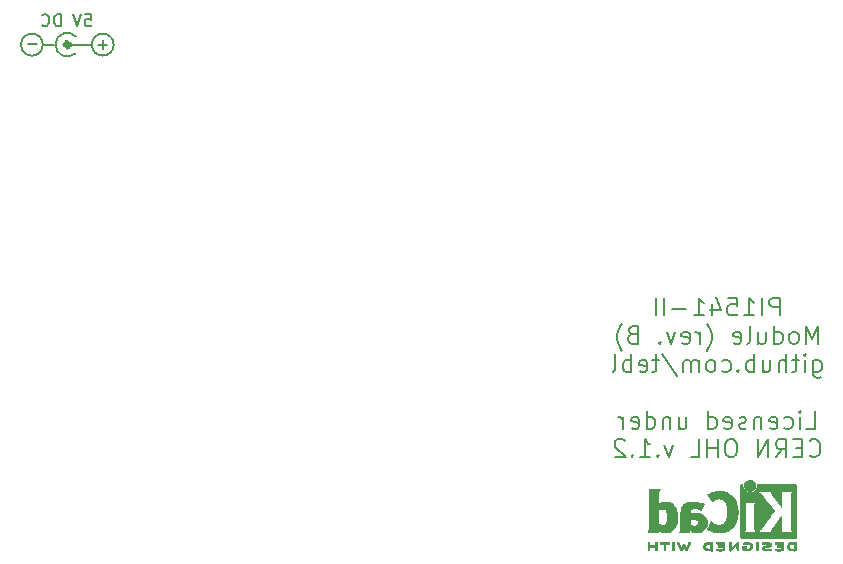
<source format=gbo>
G04 #@! TF.GenerationSoftware,KiCad,Pcbnew,(5.1.5)-3*
G04 #@! TF.CreationDate,2020-10-01T21:29:28+02:00*
G04 #@! TF.ProjectId,C64 Pi1541-II Module,43363420-5069-4313-9534-312d4949204d,rev?*
G04 #@! TF.SameCoordinates,Original*
G04 #@! TF.FileFunction,Legend,Bot*
G04 #@! TF.FilePolarity,Positive*
%FSLAX46Y46*%
G04 Gerber Fmt 4.6, Leading zero omitted, Abs format (unit mm)*
G04 Created by KiCad (PCBNEW (5.1.5)-3) date 2020-10-01 21:29:28*
%MOMM*%
%LPD*%
G04 APERTURE LIST*
%ADD10C,0.150000*%
%ADD11C,0.010000*%
%ADD12C,0.500000*%
G04 APERTURE END LIST*
D10*
X79857647Y-74325171D02*
X80619552Y-74325171D01*
X143490000Y-97268571D02*
X143490000Y-95768571D01*
X142918571Y-95768571D01*
X142775714Y-95840000D01*
X142704285Y-95911428D01*
X142632857Y-96054285D01*
X142632857Y-96268571D01*
X142704285Y-96411428D01*
X142775714Y-96482857D01*
X142918571Y-96554285D01*
X143490000Y-96554285D01*
X141990000Y-97268571D02*
X141990000Y-95768571D01*
X140490000Y-97268571D02*
X141347142Y-97268571D01*
X140918571Y-97268571D02*
X140918571Y-95768571D01*
X141061428Y-95982857D01*
X141204285Y-96125714D01*
X141347142Y-96197142D01*
X139132857Y-95768571D02*
X139847142Y-95768571D01*
X139918571Y-96482857D01*
X139847142Y-96411428D01*
X139704285Y-96340000D01*
X139347142Y-96340000D01*
X139204285Y-96411428D01*
X139132857Y-96482857D01*
X139061428Y-96625714D01*
X139061428Y-96982857D01*
X139132857Y-97125714D01*
X139204285Y-97197142D01*
X139347142Y-97268571D01*
X139704285Y-97268571D01*
X139847142Y-97197142D01*
X139918571Y-97125714D01*
X137775714Y-96268571D02*
X137775714Y-97268571D01*
X138132857Y-95697142D02*
X138490000Y-96768571D01*
X137561428Y-96768571D01*
X136204285Y-97268571D02*
X137061428Y-97268571D01*
X136632857Y-97268571D02*
X136632857Y-95768571D01*
X136775714Y-95982857D01*
X136918571Y-96125714D01*
X137061428Y-96197142D01*
X135561428Y-96697142D02*
X134418571Y-96697142D01*
X133704285Y-97268571D02*
X133704285Y-95768571D01*
X132990000Y-97268571D02*
X132990000Y-95768571D01*
X146740000Y-99668571D02*
X146740000Y-98168571D01*
X146240000Y-99240000D01*
X145740000Y-98168571D01*
X145740000Y-99668571D01*
X144811428Y-99668571D02*
X144954285Y-99597142D01*
X145025714Y-99525714D01*
X145097142Y-99382857D01*
X145097142Y-98954285D01*
X145025714Y-98811428D01*
X144954285Y-98740000D01*
X144811428Y-98668571D01*
X144597142Y-98668571D01*
X144454285Y-98740000D01*
X144382857Y-98811428D01*
X144311428Y-98954285D01*
X144311428Y-99382857D01*
X144382857Y-99525714D01*
X144454285Y-99597142D01*
X144597142Y-99668571D01*
X144811428Y-99668571D01*
X143025714Y-99668571D02*
X143025714Y-98168571D01*
X143025714Y-99597142D02*
X143168571Y-99668571D01*
X143454285Y-99668571D01*
X143597142Y-99597142D01*
X143668571Y-99525714D01*
X143740000Y-99382857D01*
X143740000Y-98954285D01*
X143668571Y-98811428D01*
X143597142Y-98740000D01*
X143454285Y-98668571D01*
X143168571Y-98668571D01*
X143025714Y-98740000D01*
X141668571Y-98668571D02*
X141668571Y-99668571D01*
X142311428Y-98668571D02*
X142311428Y-99454285D01*
X142240000Y-99597142D01*
X142097142Y-99668571D01*
X141882857Y-99668571D01*
X141740000Y-99597142D01*
X141668571Y-99525714D01*
X140740000Y-99668571D02*
X140882857Y-99597142D01*
X140954285Y-99454285D01*
X140954285Y-98168571D01*
X139597142Y-99597142D02*
X139740000Y-99668571D01*
X140025714Y-99668571D01*
X140168571Y-99597142D01*
X140240000Y-99454285D01*
X140240000Y-98882857D01*
X140168571Y-98740000D01*
X140025714Y-98668571D01*
X139740000Y-98668571D01*
X139597142Y-98740000D01*
X139525714Y-98882857D01*
X139525714Y-99025714D01*
X140240000Y-99168571D01*
X137311428Y-100240000D02*
X137382857Y-100168571D01*
X137525714Y-99954285D01*
X137597142Y-99811428D01*
X137668571Y-99597142D01*
X137740000Y-99240000D01*
X137740000Y-98954285D01*
X137668571Y-98597142D01*
X137597142Y-98382857D01*
X137525714Y-98240000D01*
X137382857Y-98025714D01*
X137311428Y-97954285D01*
X136740000Y-99668571D02*
X136740000Y-98668571D01*
X136740000Y-98954285D02*
X136668571Y-98811428D01*
X136597142Y-98740000D01*
X136454285Y-98668571D01*
X136311428Y-98668571D01*
X135240000Y-99597142D02*
X135382857Y-99668571D01*
X135668571Y-99668571D01*
X135811428Y-99597142D01*
X135882857Y-99454285D01*
X135882857Y-98882857D01*
X135811428Y-98740000D01*
X135668571Y-98668571D01*
X135382857Y-98668571D01*
X135240000Y-98740000D01*
X135168571Y-98882857D01*
X135168571Y-99025714D01*
X135882857Y-99168571D01*
X134668571Y-98668571D02*
X134311428Y-99668571D01*
X133954285Y-98668571D01*
X133382857Y-99525714D02*
X133311428Y-99597142D01*
X133382857Y-99668571D01*
X133454285Y-99597142D01*
X133382857Y-99525714D01*
X133382857Y-99668571D01*
X131025714Y-98882857D02*
X130811428Y-98954285D01*
X130740000Y-99025714D01*
X130668571Y-99168571D01*
X130668571Y-99382857D01*
X130740000Y-99525714D01*
X130811428Y-99597142D01*
X130954285Y-99668571D01*
X131525714Y-99668571D01*
X131525714Y-98168571D01*
X131025714Y-98168571D01*
X130882857Y-98240000D01*
X130811428Y-98311428D01*
X130740000Y-98454285D01*
X130740000Y-98597142D01*
X130811428Y-98740000D01*
X130882857Y-98811428D01*
X131025714Y-98882857D01*
X131525714Y-98882857D01*
X130168571Y-100240000D02*
X130097142Y-100168571D01*
X129954285Y-99954285D01*
X129882857Y-99811428D01*
X129811428Y-99597142D01*
X129740000Y-99240000D01*
X129740000Y-98954285D01*
X129811428Y-98597142D01*
X129882857Y-98382857D01*
X129954285Y-98240000D01*
X130097142Y-98025714D01*
X130168571Y-97954285D01*
X146347142Y-101068571D02*
X146347142Y-102282857D01*
X146418571Y-102425714D01*
X146490000Y-102497142D01*
X146632857Y-102568571D01*
X146847142Y-102568571D01*
X146990000Y-102497142D01*
X146347142Y-101997142D02*
X146490000Y-102068571D01*
X146775714Y-102068571D01*
X146918571Y-101997142D01*
X146990000Y-101925714D01*
X147061428Y-101782857D01*
X147061428Y-101354285D01*
X146990000Y-101211428D01*
X146918571Y-101140000D01*
X146775714Y-101068571D01*
X146490000Y-101068571D01*
X146347142Y-101140000D01*
X145632857Y-102068571D02*
X145632857Y-101068571D01*
X145632857Y-100568571D02*
X145704285Y-100640000D01*
X145632857Y-100711428D01*
X145561428Y-100640000D01*
X145632857Y-100568571D01*
X145632857Y-100711428D01*
X145132857Y-101068571D02*
X144561428Y-101068571D01*
X144918571Y-100568571D02*
X144918571Y-101854285D01*
X144847142Y-101997142D01*
X144704285Y-102068571D01*
X144561428Y-102068571D01*
X144061428Y-102068571D02*
X144061428Y-100568571D01*
X143418571Y-102068571D02*
X143418571Y-101282857D01*
X143490000Y-101140000D01*
X143632857Y-101068571D01*
X143847142Y-101068571D01*
X143990000Y-101140000D01*
X144061428Y-101211428D01*
X142061428Y-101068571D02*
X142061428Y-102068571D01*
X142704285Y-101068571D02*
X142704285Y-101854285D01*
X142632857Y-101997142D01*
X142490000Y-102068571D01*
X142275714Y-102068571D01*
X142132857Y-101997142D01*
X142061428Y-101925714D01*
X141347142Y-102068571D02*
X141347142Y-100568571D01*
X141347142Y-101140000D02*
X141204285Y-101068571D01*
X140918571Y-101068571D01*
X140775714Y-101140000D01*
X140704285Y-101211428D01*
X140632857Y-101354285D01*
X140632857Y-101782857D01*
X140704285Y-101925714D01*
X140775714Y-101997142D01*
X140918571Y-102068571D01*
X141204285Y-102068571D01*
X141347142Y-101997142D01*
X139990000Y-101925714D02*
X139918571Y-101997142D01*
X139990000Y-102068571D01*
X140061428Y-101997142D01*
X139990000Y-101925714D01*
X139990000Y-102068571D01*
X138632857Y-101997142D02*
X138775714Y-102068571D01*
X139061428Y-102068571D01*
X139204285Y-101997142D01*
X139275714Y-101925714D01*
X139347142Y-101782857D01*
X139347142Y-101354285D01*
X139275714Y-101211428D01*
X139204285Y-101140000D01*
X139061428Y-101068571D01*
X138775714Y-101068571D01*
X138632857Y-101140000D01*
X137775714Y-102068571D02*
X137918571Y-101997142D01*
X137990000Y-101925714D01*
X138061428Y-101782857D01*
X138061428Y-101354285D01*
X137990000Y-101211428D01*
X137918571Y-101140000D01*
X137775714Y-101068571D01*
X137561428Y-101068571D01*
X137418571Y-101140000D01*
X137347142Y-101211428D01*
X137275714Y-101354285D01*
X137275714Y-101782857D01*
X137347142Y-101925714D01*
X137418571Y-101997142D01*
X137561428Y-102068571D01*
X137775714Y-102068571D01*
X136632857Y-102068571D02*
X136632857Y-101068571D01*
X136632857Y-101211428D02*
X136561428Y-101140000D01*
X136418571Y-101068571D01*
X136204285Y-101068571D01*
X136061428Y-101140000D01*
X135990000Y-101282857D01*
X135990000Y-102068571D01*
X135990000Y-101282857D02*
X135918571Y-101140000D01*
X135775714Y-101068571D01*
X135561428Y-101068571D01*
X135418571Y-101140000D01*
X135347142Y-101282857D01*
X135347142Y-102068571D01*
X133561428Y-100497142D02*
X134847142Y-102425714D01*
X133275714Y-101068571D02*
X132704285Y-101068571D01*
X133061428Y-100568571D02*
X133061428Y-101854285D01*
X132990000Y-101997142D01*
X132847142Y-102068571D01*
X132704285Y-102068571D01*
X131632857Y-101997142D02*
X131775714Y-102068571D01*
X132061428Y-102068571D01*
X132204285Y-101997142D01*
X132275714Y-101854285D01*
X132275714Y-101282857D01*
X132204285Y-101140000D01*
X132061428Y-101068571D01*
X131775714Y-101068571D01*
X131632857Y-101140000D01*
X131561428Y-101282857D01*
X131561428Y-101425714D01*
X132275714Y-101568571D01*
X130918571Y-102068571D02*
X130918571Y-100568571D01*
X130918571Y-101140000D02*
X130775714Y-101068571D01*
X130490000Y-101068571D01*
X130347142Y-101140000D01*
X130275714Y-101211428D01*
X130204285Y-101354285D01*
X130204285Y-101782857D01*
X130275714Y-101925714D01*
X130347142Y-101997142D01*
X130490000Y-102068571D01*
X130775714Y-102068571D01*
X130918571Y-101997142D01*
X129347142Y-102068571D02*
X129490000Y-101997142D01*
X129561428Y-101854285D01*
X129561428Y-100568571D01*
X145740000Y-106868571D02*
X146454285Y-106868571D01*
X146454285Y-105368571D01*
X145240000Y-106868571D02*
X145240000Y-105868571D01*
X145240000Y-105368571D02*
X145311428Y-105440000D01*
X145240000Y-105511428D01*
X145168571Y-105440000D01*
X145240000Y-105368571D01*
X145240000Y-105511428D01*
X143882857Y-106797142D02*
X144025714Y-106868571D01*
X144311428Y-106868571D01*
X144454285Y-106797142D01*
X144525714Y-106725714D01*
X144597142Y-106582857D01*
X144597142Y-106154285D01*
X144525714Y-106011428D01*
X144454285Y-105940000D01*
X144311428Y-105868571D01*
X144025714Y-105868571D01*
X143882857Y-105940000D01*
X142668571Y-106797142D02*
X142811428Y-106868571D01*
X143097142Y-106868571D01*
X143240000Y-106797142D01*
X143311428Y-106654285D01*
X143311428Y-106082857D01*
X143240000Y-105940000D01*
X143097142Y-105868571D01*
X142811428Y-105868571D01*
X142668571Y-105940000D01*
X142597142Y-106082857D01*
X142597142Y-106225714D01*
X143311428Y-106368571D01*
X141954285Y-105868571D02*
X141954285Y-106868571D01*
X141954285Y-106011428D02*
X141882857Y-105940000D01*
X141740000Y-105868571D01*
X141525714Y-105868571D01*
X141382857Y-105940000D01*
X141311428Y-106082857D01*
X141311428Y-106868571D01*
X140668571Y-106797142D02*
X140525714Y-106868571D01*
X140240000Y-106868571D01*
X140097142Y-106797142D01*
X140025714Y-106654285D01*
X140025714Y-106582857D01*
X140097142Y-106440000D01*
X140240000Y-106368571D01*
X140454285Y-106368571D01*
X140597142Y-106297142D01*
X140668571Y-106154285D01*
X140668571Y-106082857D01*
X140597142Y-105940000D01*
X140454285Y-105868571D01*
X140240000Y-105868571D01*
X140097142Y-105940000D01*
X138811428Y-106797142D02*
X138954285Y-106868571D01*
X139240000Y-106868571D01*
X139382857Y-106797142D01*
X139454285Y-106654285D01*
X139454285Y-106082857D01*
X139382857Y-105940000D01*
X139240000Y-105868571D01*
X138954285Y-105868571D01*
X138811428Y-105940000D01*
X138740000Y-106082857D01*
X138740000Y-106225714D01*
X139454285Y-106368571D01*
X137454285Y-106868571D02*
X137454285Y-105368571D01*
X137454285Y-106797142D02*
X137597142Y-106868571D01*
X137882857Y-106868571D01*
X138025714Y-106797142D01*
X138097142Y-106725714D01*
X138168571Y-106582857D01*
X138168571Y-106154285D01*
X138097142Y-106011428D01*
X138025714Y-105940000D01*
X137882857Y-105868571D01*
X137597142Y-105868571D01*
X137454285Y-105940000D01*
X134954285Y-105868571D02*
X134954285Y-106868571D01*
X135597142Y-105868571D02*
X135597142Y-106654285D01*
X135525714Y-106797142D01*
X135382857Y-106868571D01*
X135168571Y-106868571D01*
X135025714Y-106797142D01*
X134954285Y-106725714D01*
X134240000Y-105868571D02*
X134240000Y-106868571D01*
X134240000Y-106011428D02*
X134168571Y-105940000D01*
X134025714Y-105868571D01*
X133811428Y-105868571D01*
X133668571Y-105940000D01*
X133597142Y-106082857D01*
X133597142Y-106868571D01*
X132240000Y-106868571D02*
X132240000Y-105368571D01*
X132240000Y-106797142D02*
X132382857Y-106868571D01*
X132668571Y-106868571D01*
X132811428Y-106797142D01*
X132882857Y-106725714D01*
X132954285Y-106582857D01*
X132954285Y-106154285D01*
X132882857Y-106011428D01*
X132811428Y-105940000D01*
X132668571Y-105868571D01*
X132382857Y-105868571D01*
X132240000Y-105940000D01*
X130954285Y-106797142D02*
X131097142Y-106868571D01*
X131382857Y-106868571D01*
X131525714Y-106797142D01*
X131597142Y-106654285D01*
X131597142Y-106082857D01*
X131525714Y-105940000D01*
X131382857Y-105868571D01*
X131097142Y-105868571D01*
X130954285Y-105940000D01*
X130882857Y-106082857D01*
X130882857Y-106225714D01*
X131597142Y-106368571D01*
X130240000Y-106868571D02*
X130240000Y-105868571D01*
X130240000Y-106154285D02*
X130168571Y-106011428D01*
X130097142Y-105940000D01*
X129954285Y-105868571D01*
X129811428Y-105868571D01*
X146025714Y-109125714D02*
X146097142Y-109197142D01*
X146311428Y-109268571D01*
X146454285Y-109268571D01*
X146668571Y-109197142D01*
X146811428Y-109054285D01*
X146882857Y-108911428D01*
X146954285Y-108625714D01*
X146954285Y-108411428D01*
X146882857Y-108125714D01*
X146811428Y-107982857D01*
X146668571Y-107840000D01*
X146454285Y-107768571D01*
X146311428Y-107768571D01*
X146097142Y-107840000D01*
X146025714Y-107911428D01*
X145382857Y-108482857D02*
X144882857Y-108482857D01*
X144668571Y-109268571D02*
X145382857Y-109268571D01*
X145382857Y-107768571D01*
X144668571Y-107768571D01*
X143168571Y-109268571D02*
X143668571Y-108554285D01*
X144025714Y-109268571D02*
X144025714Y-107768571D01*
X143454285Y-107768571D01*
X143311428Y-107840000D01*
X143240000Y-107911428D01*
X143168571Y-108054285D01*
X143168571Y-108268571D01*
X143240000Y-108411428D01*
X143311428Y-108482857D01*
X143454285Y-108554285D01*
X144025714Y-108554285D01*
X142525714Y-109268571D02*
X142525714Y-107768571D01*
X141668571Y-109268571D01*
X141668571Y-107768571D01*
X139525714Y-107768571D02*
X139240000Y-107768571D01*
X139097142Y-107840000D01*
X138954285Y-107982857D01*
X138882857Y-108268571D01*
X138882857Y-108768571D01*
X138954285Y-109054285D01*
X139097142Y-109197142D01*
X139240000Y-109268571D01*
X139525714Y-109268571D01*
X139668571Y-109197142D01*
X139811428Y-109054285D01*
X139882857Y-108768571D01*
X139882857Y-108268571D01*
X139811428Y-107982857D01*
X139668571Y-107840000D01*
X139525714Y-107768571D01*
X138240000Y-109268571D02*
X138240000Y-107768571D01*
X138240000Y-108482857D02*
X137382857Y-108482857D01*
X137382857Y-109268571D02*
X137382857Y-107768571D01*
X135954285Y-109268571D02*
X136668571Y-109268571D01*
X136668571Y-107768571D01*
X134454285Y-108268571D02*
X134097142Y-109268571D01*
X133740000Y-108268571D01*
X133168571Y-109125714D02*
X133097142Y-109197142D01*
X133168571Y-109268571D01*
X133240000Y-109197142D01*
X133168571Y-109125714D01*
X133168571Y-109268571D01*
X131668571Y-109268571D02*
X132525714Y-109268571D01*
X132097142Y-109268571D02*
X132097142Y-107768571D01*
X132240000Y-107982857D01*
X132382857Y-108125714D01*
X132525714Y-108197142D01*
X131025714Y-109125714D02*
X130954285Y-109197142D01*
X131025714Y-109268571D01*
X131097142Y-109197142D01*
X131025714Y-109125714D01*
X131025714Y-109268571D01*
X130382857Y-107911428D02*
X130311428Y-107840000D01*
X130168571Y-107768571D01*
X129811428Y-107768571D01*
X129668571Y-107840000D01*
X129597142Y-107911428D01*
X129525714Y-108054285D01*
X129525714Y-108197142D01*
X129597142Y-108411428D01*
X130454285Y-109268571D01*
X129525714Y-109268571D01*
X86545952Y-74361428D02*
X85784047Y-74361428D01*
X86165000Y-74742380D02*
X86165000Y-73980476D01*
X84706428Y-71772380D02*
X85182619Y-71772380D01*
X85230238Y-72248571D01*
X85182619Y-72200952D01*
X85087380Y-72153333D01*
X84849285Y-72153333D01*
X84754047Y-72200952D01*
X84706428Y-72248571D01*
X84658809Y-72343809D01*
X84658809Y-72581904D01*
X84706428Y-72677142D01*
X84754047Y-72724761D01*
X84849285Y-72772380D01*
X85087380Y-72772380D01*
X85182619Y-72724761D01*
X85230238Y-72677142D01*
X84373095Y-71772380D02*
X84039761Y-72772380D01*
X83706428Y-71772380D01*
X82611190Y-72772380D02*
X82611190Y-71772380D01*
X82373095Y-71772380D01*
X82230238Y-71820000D01*
X82135000Y-71915238D01*
X82087380Y-72010476D01*
X82039761Y-72200952D01*
X82039761Y-72343809D01*
X82087380Y-72534285D01*
X82135000Y-72629523D01*
X82230238Y-72724761D01*
X82373095Y-72772380D01*
X82611190Y-72772380D01*
X81039761Y-72677142D02*
X81087380Y-72724761D01*
X81230238Y-72772380D01*
X81325476Y-72772380D01*
X81468333Y-72724761D01*
X81563571Y-72629523D01*
X81611190Y-72534285D01*
X81658809Y-72343809D01*
X81658809Y-72200952D01*
X81611190Y-72010476D01*
X81563571Y-71915238D01*
X81468333Y-71820000D01*
X81325476Y-71772380D01*
X81230238Y-71772380D01*
X81087380Y-71820000D01*
X81039761Y-71867619D01*
D11*
G36*
X140883043Y-111196571D02*
G01*
X140786768Y-111220809D01*
X140700184Y-111263641D01*
X140625373Y-111323419D01*
X140564418Y-111398494D01*
X140519399Y-111487220D01*
X140493136Y-111583530D01*
X140487286Y-111680795D01*
X140502140Y-111774654D01*
X140535840Y-111862511D01*
X140586528Y-111941770D01*
X140652345Y-112009836D01*
X140731434Y-112064112D01*
X140821934Y-112102002D01*
X140873200Y-112114426D01*
X140917698Y-112121947D01*
X140951999Y-112124919D01*
X140984960Y-112123094D01*
X141025434Y-112116225D01*
X141058531Y-112109250D01*
X141151947Y-112077741D01*
X141235619Y-112026617D01*
X141307665Y-111957429D01*
X141366200Y-111871728D01*
X141380148Y-111844489D01*
X141396586Y-111808122D01*
X141406894Y-111777582D01*
X141412460Y-111745450D01*
X141414669Y-111704307D01*
X141414948Y-111658222D01*
X141410861Y-111573865D01*
X141397446Y-111504586D01*
X141372256Y-111443961D01*
X141332846Y-111385567D01*
X141294298Y-111341302D01*
X141222406Y-111275484D01*
X141147313Y-111230053D01*
X141064562Y-111202850D01*
X140986928Y-111192576D01*
X140883043Y-111196571D01*
G37*
X140883043Y-111196571D02*
X140786768Y-111220809D01*
X140700184Y-111263641D01*
X140625373Y-111323419D01*
X140564418Y-111398494D01*
X140519399Y-111487220D01*
X140493136Y-111583530D01*
X140487286Y-111680795D01*
X140502140Y-111774654D01*
X140535840Y-111862511D01*
X140586528Y-111941770D01*
X140652345Y-112009836D01*
X140731434Y-112064112D01*
X140821934Y-112102002D01*
X140873200Y-112114426D01*
X140917698Y-112121947D01*
X140951999Y-112124919D01*
X140984960Y-112123094D01*
X141025434Y-112116225D01*
X141058531Y-112109250D01*
X141151947Y-112077741D01*
X141235619Y-112026617D01*
X141307665Y-111957429D01*
X141366200Y-111871728D01*
X141380148Y-111844489D01*
X141396586Y-111808122D01*
X141406894Y-111777582D01*
X141412460Y-111745450D01*
X141414669Y-111704307D01*
X141414948Y-111658222D01*
X141410861Y-111573865D01*
X141397446Y-111504586D01*
X141372256Y-111443961D01*
X141332846Y-111385567D01*
X141294298Y-111341302D01*
X141222406Y-111275484D01*
X141147313Y-111230053D01*
X141064562Y-111202850D01*
X140986928Y-111192576D01*
X140883043Y-111196571D01*
G36*
X132423493Y-113642245D02*
G01*
X132423474Y-113876662D01*
X132423448Y-114089603D01*
X132423375Y-114282168D01*
X132423218Y-114455459D01*
X132422936Y-114610576D01*
X132422491Y-114748620D01*
X132421844Y-114870692D01*
X132420955Y-114977894D01*
X132419787Y-115071326D01*
X132418299Y-115152090D01*
X132416454Y-115221286D01*
X132414211Y-115280015D01*
X132411531Y-115329379D01*
X132408377Y-115370478D01*
X132404708Y-115404413D01*
X132400487Y-115432286D01*
X132395673Y-115455198D01*
X132390227Y-115474249D01*
X132384112Y-115490540D01*
X132377288Y-115505173D01*
X132369715Y-115519249D01*
X132361355Y-115533868D01*
X132356161Y-115542974D01*
X132321896Y-115603689D01*
X133180045Y-115603689D01*
X133180045Y-115507733D01*
X133180776Y-115464370D01*
X133182728Y-115431205D01*
X133185537Y-115413424D01*
X133186779Y-115411778D01*
X133198201Y-115418662D01*
X133220916Y-115436505D01*
X133243615Y-115455879D01*
X133298200Y-115496614D01*
X133367679Y-115537617D01*
X133444730Y-115575123D01*
X133522035Y-115605364D01*
X133552887Y-115615012D01*
X133621384Y-115629578D01*
X133704236Y-115639539D01*
X133793629Y-115644583D01*
X133881752Y-115644396D01*
X133960793Y-115638666D01*
X133998489Y-115632858D01*
X134136586Y-115594797D01*
X134263887Y-115537073D01*
X134379708Y-115460211D01*
X134483363Y-115364739D01*
X134574167Y-115251179D01*
X134640969Y-115140381D01*
X134695836Y-115023625D01*
X134737837Y-114904276D01*
X134767833Y-114778283D01*
X134786689Y-114641594D01*
X134795268Y-114490158D01*
X134795994Y-114412711D01*
X134793900Y-114355934D01*
X133964783Y-114355934D01*
X133964576Y-114449002D01*
X133961663Y-114536692D01*
X133956000Y-114613772D01*
X133947545Y-114675009D01*
X133944962Y-114687350D01*
X133913160Y-114794633D01*
X133871502Y-114881658D01*
X133819637Y-114948642D01*
X133757219Y-114995805D01*
X133683900Y-115023365D01*
X133599331Y-115031541D01*
X133503165Y-115020551D01*
X133439689Y-115004829D01*
X133390546Y-114986639D01*
X133336417Y-114960791D01*
X133295756Y-114937089D01*
X133225200Y-114890721D01*
X133225200Y-113740530D01*
X133292608Y-113696962D01*
X133371133Y-113656040D01*
X133455319Y-113629389D01*
X133540443Y-113617465D01*
X133621784Y-113620722D01*
X133694620Y-113639615D01*
X133726574Y-113655184D01*
X133784499Y-113698181D01*
X133833456Y-113754953D01*
X133874610Y-113827575D01*
X133909126Y-113918121D01*
X133938167Y-114028666D01*
X133939448Y-114034533D01*
X133949619Y-114096788D01*
X133957261Y-114174594D01*
X133962330Y-114262720D01*
X133964783Y-114355934D01*
X134793900Y-114355934D01*
X134788143Y-114199895D01*
X134766198Y-114004059D01*
X134730214Y-113825332D01*
X134680241Y-113663845D01*
X134616332Y-113519726D01*
X134538538Y-113393106D01*
X134446911Y-113284115D01*
X134341503Y-113192883D01*
X134296338Y-113161932D01*
X134195389Y-113105785D01*
X134092099Y-113066174D01*
X133982011Y-113042014D01*
X133860670Y-113032219D01*
X133768164Y-113033265D01*
X133638510Y-113044231D01*
X133525916Y-113066046D01*
X133427125Y-113099714D01*
X133338879Y-113146236D01*
X133290014Y-113180448D01*
X133260647Y-113202362D01*
X133238957Y-113217333D01*
X133230747Y-113221733D01*
X133229132Y-113210904D01*
X133227841Y-113180251D01*
X133226862Y-113132526D01*
X133226183Y-113070479D01*
X133225790Y-112996862D01*
X133225670Y-112914427D01*
X133225812Y-112825925D01*
X133226203Y-112734107D01*
X133226829Y-112641724D01*
X133227680Y-112551528D01*
X133228740Y-112466271D01*
X133229999Y-112388703D01*
X133231444Y-112321576D01*
X133233062Y-112267641D01*
X133234839Y-112229650D01*
X133235331Y-112222667D01*
X133242908Y-112152251D01*
X133254469Y-112097102D01*
X133272208Y-112049981D01*
X133298318Y-112003647D01*
X133304585Y-111994067D01*
X133329017Y-111957378D01*
X132423689Y-111957378D01*
X132423493Y-113642245D01*
G37*
X132423493Y-113642245D02*
X132423474Y-113876662D01*
X132423448Y-114089603D01*
X132423375Y-114282168D01*
X132423218Y-114455459D01*
X132422936Y-114610576D01*
X132422491Y-114748620D01*
X132421844Y-114870692D01*
X132420955Y-114977894D01*
X132419787Y-115071326D01*
X132418299Y-115152090D01*
X132416454Y-115221286D01*
X132414211Y-115280015D01*
X132411531Y-115329379D01*
X132408377Y-115370478D01*
X132404708Y-115404413D01*
X132400487Y-115432286D01*
X132395673Y-115455198D01*
X132390227Y-115474249D01*
X132384112Y-115490540D01*
X132377288Y-115505173D01*
X132369715Y-115519249D01*
X132361355Y-115533868D01*
X132356161Y-115542974D01*
X132321896Y-115603689D01*
X133180045Y-115603689D01*
X133180045Y-115507733D01*
X133180776Y-115464370D01*
X133182728Y-115431205D01*
X133185537Y-115413424D01*
X133186779Y-115411778D01*
X133198201Y-115418662D01*
X133220916Y-115436505D01*
X133243615Y-115455879D01*
X133298200Y-115496614D01*
X133367679Y-115537617D01*
X133444730Y-115575123D01*
X133522035Y-115605364D01*
X133552887Y-115615012D01*
X133621384Y-115629578D01*
X133704236Y-115639539D01*
X133793629Y-115644583D01*
X133881752Y-115644396D01*
X133960793Y-115638666D01*
X133998489Y-115632858D01*
X134136586Y-115594797D01*
X134263887Y-115537073D01*
X134379708Y-115460211D01*
X134483363Y-115364739D01*
X134574167Y-115251179D01*
X134640969Y-115140381D01*
X134695836Y-115023625D01*
X134737837Y-114904276D01*
X134767833Y-114778283D01*
X134786689Y-114641594D01*
X134795268Y-114490158D01*
X134795994Y-114412711D01*
X134793900Y-114355934D01*
X133964783Y-114355934D01*
X133964576Y-114449002D01*
X133961663Y-114536692D01*
X133956000Y-114613772D01*
X133947545Y-114675009D01*
X133944962Y-114687350D01*
X133913160Y-114794633D01*
X133871502Y-114881658D01*
X133819637Y-114948642D01*
X133757219Y-114995805D01*
X133683900Y-115023365D01*
X133599331Y-115031541D01*
X133503165Y-115020551D01*
X133439689Y-115004829D01*
X133390546Y-114986639D01*
X133336417Y-114960791D01*
X133295756Y-114937089D01*
X133225200Y-114890721D01*
X133225200Y-113740530D01*
X133292608Y-113696962D01*
X133371133Y-113656040D01*
X133455319Y-113629389D01*
X133540443Y-113617465D01*
X133621784Y-113620722D01*
X133694620Y-113639615D01*
X133726574Y-113655184D01*
X133784499Y-113698181D01*
X133833456Y-113754953D01*
X133874610Y-113827575D01*
X133909126Y-113918121D01*
X133938167Y-114028666D01*
X133939448Y-114034533D01*
X133949619Y-114096788D01*
X133957261Y-114174594D01*
X133962330Y-114262720D01*
X133964783Y-114355934D01*
X134793900Y-114355934D01*
X134788143Y-114199895D01*
X134766198Y-114004059D01*
X134730214Y-113825332D01*
X134680241Y-113663845D01*
X134616332Y-113519726D01*
X134538538Y-113393106D01*
X134446911Y-113284115D01*
X134341503Y-113192883D01*
X134296338Y-113161932D01*
X134195389Y-113105785D01*
X134092099Y-113066174D01*
X133982011Y-113042014D01*
X133860670Y-113032219D01*
X133768164Y-113033265D01*
X133638510Y-113044231D01*
X133525916Y-113066046D01*
X133427125Y-113099714D01*
X133338879Y-113146236D01*
X133290014Y-113180448D01*
X133260647Y-113202362D01*
X133238957Y-113217333D01*
X133230747Y-113221733D01*
X133229132Y-113210904D01*
X133227841Y-113180251D01*
X133226862Y-113132526D01*
X133226183Y-113070479D01*
X133225790Y-112996862D01*
X133225670Y-112914427D01*
X133225812Y-112825925D01*
X133226203Y-112734107D01*
X133226829Y-112641724D01*
X133227680Y-112551528D01*
X133228740Y-112466271D01*
X133229999Y-112388703D01*
X133231444Y-112321576D01*
X133233062Y-112267641D01*
X133234839Y-112229650D01*
X133235331Y-112222667D01*
X133242908Y-112152251D01*
X133254469Y-112097102D01*
X133272208Y-112049981D01*
X133298318Y-112003647D01*
X133304585Y-111994067D01*
X133329017Y-111957378D01*
X132423689Y-111957378D01*
X132423493Y-113642245D01*
G36*
X135936426Y-113036552D02*
G01*
X135784508Y-113056567D01*
X135649244Y-113090202D01*
X135529761Y-113137725D01*
X135425185Y-113199405D01*
X135347576Y-113262965D01*
X135278735Y-113337099D01*
X135224994Y-113416871D01*
X135182090Y-113509091D01*
X135166616Y-113552161D01*
X135153756Y-113591142D01*
X135142554Y-113627289D01*
X135132880Y-113662434D01*
X135124604Y-113698410D01*
X135117597Y-113737050D01*
X135111728Y-113780185D01*
X135106869Y-113829649D01*
X135102890Y-113887273D01*
X135099660Y-113954891D01*
X135097051Y-114034334D01*
X135094933Y-114127436D01*
X135093176Y-114236027D01*
X135091651Y-114361942D01*
X135090228Y-114507012D01*
X135088975Y-114649778D01*
X135087649Y-114805968D01*
X135086444Y-114941239D01*
X135085234Y-115057246D01*
X135083894Y-115155645D01*
X135082300Y-115238093D01*
X135080325Y-115306246D01*
X135077844Y-115361760D01*
X135074731Y-115406292D01*
X135070862Y-115441498D01*
X135066111Y-115469034D01*
X135060352Y-115490556D01*
X135053461Y-115507722D01*
X135045311Y-115522186D01*
X135035777Y-115535606D01*
X135024734Y-115549638D01*
X135020434Y-115555071D01*
X135004614Y-115577910D01*
X134997578Y-115593463D01*
X134997556Y-115593922D01*
X135008433Y-115596121D01*
X135039418Y-115598147D01*
X135088043Y-115599942D01*
X135151837Y-115601451D01*
X135228331Y-115602616D01*
X135315056Y-115603380D01*
X135409543Y-115603686D01*
X135420450Y-115603689D01*
X135843343Y-115603689D01*
X135846605Y-115507622D01*
X135849867Y-115411556D01*
X135911956Y-115462543D01*
X136009286Y-115530057D01*
X136119187Y-115584749D01*
X136205651Y-115614978D01*
X136274722Y-115629666D01*
X136358075Y-115639659D01*
X136447841Y-115644646D01*
X136536155Y-115644313D01*
X136615149Y-115638351D01*
X136651378Y-115632638D01*
X136791397Y-115594776D01*
X136917822Y-115539932D01*
X137029740Y-115468924D01*
X137126238Y-115382568D01*
X137206400Y-115281679D01*
X137269313Y-115167076D01*
X137313688Y-115040984D01*
X137326022Y-114984401D01*
X137333632Y-114922202D01*
X137337261Y-114847363D01*
X137337755Y-114813467D01*
X137337690Y-114810282D01*
X136577752Y-114810282D01*
X136568459Y-114885333D01*
X136540272Y-114949160D01*
X136491803Y-115004798D01*
X136486746Y-115009211D01*
X136438452Y-115044037D01*
X136386743Y-115066620D01*
X136326011Y-115078540D01*
X136250648Y-115081383D01*
X136232541Y-115080978D01*
X136178722Y-115078325D01*
X136138692Y-115072909D01*
X136103676Y-115062745D01*
X136064897Y-115045850D01*
X136054255Y-115040672D01*
X135993604Y-115004844D01*
X135946785Y-114962212D01*
X135934048Y-114946973D01*
X135889378Y-114890462D01*
X135889378Y-114694586D01*
X135889914Y-114615939D01*
X135891604Y-114557988D01*
X135894572Y-114518875D01*
X135898943Y-114496741D01*
X135903028Y-114490274D01*
X135918953Y-114487111D01*
X135952736Y-114484488D01*
X135999660Y-114482655D01*
X136055007Y-114481857D01*
X136063894Y-114481842D01*
X136184670Y-114487096D01*
X136287340Y-114503263D01*
X136373894Y-114530961D01*
X136446319Y-114570808D01*
X136501249Y-114617758D01*
X136545796Y-114675645D01*
X136570520Y-114738693D01*
X136577752Y-114810282D01*
X137337690Y-114810282D01*
X137335822Y-114719712D01*
X137327478Y-114640812D01*
X137311232Y-114569590D01*
X137285595Y-114498864D01*
X137261599Y-114446493D01*
X137202980Y-114351196D01*
X137124883Y-114263170D01*
X137029685Y-114184017D01*
X136919762Y-114115340D01*
X136797490Y-114058741D01*
X136665245Y-114015821D01*
X136600578Y-114000882D01*
X136464396Y-113978777D01*
X136315951Y-113964194D01*
X136164495Y-113957813D01*
X136037936Y-113959445D01*
X135876050Y-113966224D01*
X135883470Y-113907245D01*
X135902762Y-113808092D01*
X135933896Y-113727372D01*
X135977731Y-113664466D01*
X136035129Y-113618756D01*
X136106952Y-113589622D01*
X136194059Y-113576447D01*
X136297314Y-113578611D01*
X136335289Y-113582612D01*
X136476480Y-113607780D01*
X136613293Y-113648814D01*
X136707822Y-113686815D01*
X136752982Y-113706190D01*
X136791415Y-113721760D01*
X136817766Y-113731405D01*
X136825454Y-113733452D01*
X136835198Y-113724374D01*
X136851917Y-113695405D01*
X136875768Y-113646217D01*
X136906907Y-113576484D01*
X136945493Y-113485879D01*
X136952090Y-113470089D01*
X136982147Y-113397772D01*
X137009126Y-113332425D01*
X137031864Y-113276906D01*
X137049194Y-113234072D01*
X137059952Y-113206781D01*
X137063059Y-113197942D01*
X137053060Y-113193187D01*
X137026783Y-113187910D01*
X136998511Y-113184231D01*
X136968354Y-113179474D01*
X136920567Y-113170028D01*
X136859388Y-113156820D01*
X136789054Y-113140776D01*
X136713806Y-113122820D01*
X136685245Y-113115797D01*
X136580184Y-113090209D01*
X136492520Y-113070147D01*
X136417932Y-113054969D01*
X136352097Y-113044035D01*
X136290693Y-113036704D01*
X136229398Y-113032335D01*
X136163890Y-113030287D01*
X136105872Y-113029889D01*
X135936426Y-113036552D01*
G37*
X135936426Y-113036552D02*
X135784508Y-113056567D01*
X135649244Y-113090202D01*
X135529761Y-113137725D01*
X135425185Y-113199405D01*
X135347576Y-113262965D01*
X135278735Y-113337099D01*
X135224994Y-113416871D01*
X135182090Y-113509091D01*
X135166616Y-113552161D01*
X135153756Y-113591142D01*
X135142554Y-113627289D01*
X135132880Y-113662434D01*
X135124604Y-113698410D01*
X135117597Y-113737050D01*
X135111728Y-113780185D01*
X135106869Y-113829649D01*
X135102890Y-113887273D01*
X135099660Y-113954891D01*
X135097051Y-114034334D01*
X135094933Y-114127436D01*
X135093176Y-114236027D01*
X135091651Y-114361942D01*
X135090228Y-114507012D01*
X135088975Y-114649778D01*
X135087649Y-114805968D01*
X135086444Y-114941239D01*
X135085234Y-115057246D01*
X135083894Y-115155645D01*
X135082300Y-115238093D01*
X135080325Y-115306246D01*
X135077844Y-115361760D01*
X135074731Y-115406292D01*
X135070862Y-115441498D01*
X135066111Y-115469034D01*
X135060352Y-115490556D01*
X135053461Y-115507722D01*
X135045311Y-115522186D01*
X135035777Y-115535606D01*
X135024734Y-115549638D01*
X135020434Y-115555071D01*
X135004614Y-115577910D01*
X134997578Y-115593463D01*
X134997556Y-115593922D01*
X135008433Y-115596121D01*
X135039418Y-115598147D01*
X135088043Y-115599942D01*
X135151837Y-115601451D01*
X135228331Y-115602616D01*
X135315056Y-115603380D01*
X135409543Y-115603686D01*
X135420450Y-115603689D01*
X135843343Y-115603689D01*
X135846605Y-115507622D01*
X135849867Y-115411556D01*
X135911956Y-115462543D01*
X136009286Y-115530057D01*
X136119187Y-115584749D01*
X136205651Y-115614978D01*
X136274722Y-115629666D01*
X136358075Y-115639659D01*
X136447841Y-115644646D01*
X136536155Y-115644313D01*
X136615149Y-115638351D01*
X136651378Y-115632638D01*
X136791397Y-115594776D01*
X136917822Y-115539932D01*
X137029740Y-115468924D01*
X137126238Y-115382568D01*
X137206400Y-115281679D01*
X137269313Y-115167076D01*
X137313688Y-115040984D01*
X137326022Y-114984401D01*
X137333632Y-114922202D01*
X137337261Y-114847363D01*
X137337755Y-114813467D01*
X137337690Y-114810282D01*
X136577752Y-114810282D01*
X136568459Y-114885333D01*
X136540272Y-114949160D01*
X136491803Y-115004798D01*
X136486746Y-115009211D01*
X136438452Y-115044037D01*
X136386743Y-115066620D01*
X136326011Y-115078540D01*
X136250648Y-115081383D01*
X136232541Y-115080978D01*
X136178722Y-115078325D01*
X136138692Y-115072909D01*
X136103676Y-115062745D01*
X136064897Y-115045850D01*
X136054255Y-115040672D01*
X135993604Y-115004844D01*
X135946785Y-114962212D01*
X135934048Y-114946973D01*
X135889378Y-114890462D01*
X135889378Y-114694586D01*
X135889914Y-114615939D01*
X135891604Y-114557988D01*
X135894572Y-114518875D01*
X135898943Y-114496741D01*
X135903028Y-114490274D01*
X135918953Y-114487111D01*
X135952736Y-114484488D01*
X135999660Y-114482655D01*
X136055007Y-114481857D01*
X136063894Y-114481842D01*
X136184670Y-114487096D01*
X136287340Y-114503263D01*
X136373894Y-114530961D01*
X136446319Y-114570808D01*
X136501249Y-114617758D01*
X136545796Y-114675645D01*
X136570520Y-114738693D01*
X136577752Y-114810282D01*
X137337690Y-114810282D01*
X137335822Y-114719712D01*
X137327478Y-114640812D01*
X137311232Y-114569590D01*
X137285595Y-114498864D01*
X137261599Y-114446493D01*
X137202980Y-114351196D01*
X137124883Y-114263170D01*
X137029685Y-114184017D01*
X136919762Y-114115340D01*
X136797490Y-114058741D01*
X136665245Y-114015821D01*
X136600578Y-114000882D01*
X136464396Y-113978777D01*
X136315951Y-113964194D01*
X136164495Y-113957813D01*
X136037936Y-113959445D01*
X135876050Y-113966224D01*
X135883470Y-113907245D01*
X135902762Y-113808092D01*
X135933896Y-113727372D01*
X135977731Y-113664466D01*
X136035129Y-113618756D01*
X136106952Y-113589622D01*
X136194059Y-113576447D01*
X136297314Y-113578611D01*
X136335289Y-113582612D01*
X136476480Y-113607780D01*
X136613293Y-113648814D01*
X136707822Y-113686815D01*
X136752982Y-113706190D01*
X136791415Y-113721760D01*
X136817766Y-113731405D01*
X136825454Y-113733452D01*
X136835198Y-113724374D01*
X136851917Y-113695405D01*
X136875768Y-113646217D01*
X136906907Y-113576484D01*
X136945493Y-113485879D01*
X136952090Y-113470089D01*
X136982147Y-113397772D01*
X137009126Y-113332425D01*
X137031864Y-113276906D01*
X137049194Y-113234072D01*
X137059952Y-113206781D01*
X137063059Y-113197942D01*
X137053060Y-113193187D01*
X137026783Y-113187910D01*
X136998511Y-113184231D01*
X136968354Y-113179474D01*
X136920567Y-113170028D01*
X136859388Y-113156820D01*
X136789054Y-113140776D01*
X136713806Y-113122820D01*
X136685245Y-113115797D01*
X136580184Y-113090209D01*
X136492520Y-113070147D01*
X136417932Y-113054969D01*
X136352097Y-113044035D01*
X136290693Y-113036704D01*
X136229398Y-113032335D01*
X136163890Y-113030287D01*
X136105872Y-113029889D01*
X135936426Y-113036552D01*
G36*
X138281571Y-112119071D02*
G01*
X138121430Y-112140245D01*
X137957490Y-112180385D01*
X137787687Y-112239889D01*
X137609957Y-112319154D01*
X137598690Y-112324699D01*
X137540995Y-112352725D01*
X137489448Y-112376802D01*
X137447809Y-112395249D01*
X137419838Y-112406386D01*
X137410267Y-112408933D01*
X137391050Y-112413941D01*
X137386439Y-112418147D01*
X137391542Y-112428580D01*
X137407582Y-112454868D01*
X137432712Y-112494257D01*
X137465086Y-112543991D01*
X137502857Y-112601315D01*
X137544178Y-112663476D01*
X137587202Y-112727718D01*
X137630083Y-112791285D01*
X137670974Y-112851425D01*
X137708029Y-112905380D01*
X137739400Y-112950397D01*
X137763241Y-112983721D01*
X137777706Y-113002597D01*
X137779691Y-113004787D01*
X137789809Y-113000138D01*
X137812150Y-112982962D01*
X137842720Y-112956440D01*
X137858464Y-112941964D01*
X137954953Y-112866682D01*
X138061664Y-112811241D01*
X138177168Y-112776141D01*
X138300038Y-112761880D01*
X138369439Y-112763051D01*
X138490577Y-112780212D01*
X138599795Y-112816094D01*
X138697418Y-112870959D01*
X138783772Y-112945070D01*
X138859185Y-113038688D01*
X138923982Y-113152076D01*
X138961399Y-113238667D01*
X139005252Y-113374366D01*
X139037572Y-113521850D01*
X139058443Y-113677314D01*
X139067949Y-113836956D01*
X139066173Y-113996973D01*
X139053197Y-114153561D01*
X139029106Y-114302918D01*
X138993982Y-114441240D01*
X138947908Y-114564724D01*
X138931627Y-114598978D01*
X138863380Y-114713064D01*
X138782921Y-114809557D01*
X138691430Y-114887670D01*
X138590089Y-114946617D01*
X138480080Y-114985612D01*
X138362585Y-115003868D01*
X138321117Y-115005211D01*
X138199559Y-114994290D01*
X138079122Y-114961474D01*
X137961334Y-114907439D01*
X137847723Y-114832865D01*
X137756315Y-114754539D01*
X137709785Y-114710008D01*
X137528517Y-115007271D01*
X137483420Y-115081433D01*
X137442181Y-115149646D01*
X137406265Y-115209459D01*
X137377134Y-115258420D01*
X137356250Y-115294079D01*
X137345076Y-115313984D01*
X137343625Y-115317079D01*
X137351854Y-115326718D01*
X137377433Y-115343999D01*
X137417127Y-115367283D01*
X137467703Y-115394934D01*
X137525926Y-115425315D01*
X137588563Y-115456790D01*
X137652379Y-115487722D01*
X137714140Y-115516473D01*
X137770612Y-115541408D01*
X137818562Y-115560889D01*
X137842014Y-115569318D01*
X137975779Y-115607133D01*
X138113673Y-115632136D01*
X138261378Y-115645140D01*
X138388167Y-115647468D01*
X138456122Y-115646373D01*
X138521723Y-115644275D01*
X138579153Y-115641434D01*
X138622597Y-115638106D01*
X138636702Y-115636422D01*
X138775716Y-115607587D01*
X138917243Y-115562468D01*
X139054725Y-115503750D01*
X139181606Y-115434120D01*
X139259111Y-115381441D01*
X139386519Y-115273239D01*
X139504822Y-115146671D01*
X139611828Y-115004866D01*
X139705348Y-114850951D01*
X139783190Y-114688053D01*
X139827044Y-114570756D01*
X139877292Y-114387128D01*
X139910791Y-114192581D01*
X139927551Y-113991325D01*
X139927584Y-113787568D01*
X139910899Y-113585521D01*
X139877507Y-113389392D01*
X139827420Y-113203391D01*
X139823603Y-113191803D01*
X139760719Y-113029750D01*
X139683972Y-112881832D01*
X139590758Y-112743865D01*
X139478473Y-112611661D01*
X139434608Y-112566399D01*
X139298466Y-112442457D01*
X139158509Y-112339915D01*
X139012589Y-112257656D01*
X138858558Y-112194564D01*
X138694268Y-112149523D01*
X138598711Y-112132033D01*
X138439977Y-112116466D01*
X138281571Y-112119071D01*
G37*
X138281571Y-112119071D02*
X138121430Y-112140245D01*
X137957490Y-112180385D01*
X137787687Y-112239889D01*
X137609957Y-112319154D01*
X137598690Y-112324699D01*
X137540995Y-112352725D01*
X137489448Y-112376802D01*
X137447809Y-112395249D01*
X137419838Y-112406386D01*
X137410267Y-112408933D01*
X137391050Y-112413941D01*
X137386439Y-112418147D01*
X137391542Y-112428580D01*
X137407582Y-112454868D01*
X137432712Y-112494257D01*
X137465086Y-112543991D01*
X137502857Y-112601315D01*
X137544178Y-112663476D01*
X137587202Y-112727718D01*
X137630083Y-112791285D01*
X137670974Y-112851425D01*
X137708029Y-112905380D01*
X137739400Y-112950397D01*
X137763241Y-112983721D01*
X137777706Y-113002597D01*
X137779691Y-113004787D01*
X137789809Y-113000138D01*
X137812150Y-112982962D01*
X137842720Y-112956440D01*
X137858464Y-112941964D01*
X137954953Y-112866682D01*
X138061664Y-112811241D01*
X138177168Y-112776141D01*
X138300038Y-112761880D01*
X138369439Y-112763051D01*
X138490577Y-112780212D01*
X138599795Y-112816094D01*
X138697418Y-112870959D01*
X138783772Y-112945070D01*
X138859185Y-113038688D01*
X138923982Y-113152076D01*
X138961399Y-113238667D01*
X139005252Y-113374366D01*
X139037572Y-113521850D01*
X139058443Y-113677314D01*
X139067949Y-113836956D01*
X139066173Y-113996973D01*
X139053197Y-114153561D01*
X139029106Y-114302918D01*
X138993982Y-114441240D01*
X138947908Y-114564724D01*
X138931627Y-114598978D01*
X138863380Y-114713064D01*
X138782921Y-114809557D01*
X138691430Y-114887670D01*
X138590089Y-114946617D01*
X138480080Y-114985612D01*
X138362585Y-115003868D01*
X138321117Y-115005211D01*
X138199559Y-114994290D01*
X138079122Y-114961474D01*
X137961334Y-114907439D01*
X137847723Y-114832865D01*
X137756315Y-114754539D01*
X137709785Y-114710008D01*
X137528517Y-115007271D01*
X137483420Y-115081433D01*
X137442181Y-115149646D01*
X137406265Y-115209459D01*
X137377134Y-115258420D01*
X137356250Y-115294079D01*
X137345076Y-115313984D01*
X137343625Y-115317079D01*
X137351854Y-115326718D01*
X137377433Y-115343999D01*
X137417127Y-115367283D01*
X137467703Y-115394934D01*
X137525926Y-115425315D01*
X137588563Y-115456790D01*
X137652379Y-115487722D01*
X137714140Y-115516473D01*
X137770612Y-115541408D01*
X137818562Y-115560889D01*
X137842014Y-115569318D01*
X137975779Y-115607133D01*
X138113673Y-115632136D01*
X138261378Y-115645140D01*
X138388167Y-115647468D01*
X138456122Y-115646373D01*
X138521723Y-115644275D01*
X138579153Y-115641434D01*
X138622597Y-115638106D01*
X138636702Y-115636422D01*
X138775716Y-115607587D01*
X138917243Y-115562468D01*
X139054725Y-115503750D01*
X139181606Y-115434120D01*
X139259111Y-115381441D01*
X139386519Y-115273239D01*
X139504822Y-115146671D01*
X139611828Y-115004866D01*
X139705348Y-114850951D01*
X139783190Y-114688053D01*
X139827044Y-114570756D01*
X139877292Y-114387128D01*
X139910791Y-114192581D01*
X139927551Y-113991325D01*
X139927584Y-113787568D01*
X139910899Y-113585521D01*
X139877507Y-113389392D01*
X139827420Y-113203391D01*
X139823603Y-113191803D01*
X139760719Y-113029750D01*
X139683972Y-112881832D01*
X139590758Y-112743865D01*
X139478473Y-112611661D01*
X139434608Y-112566399D01*
X139298466Y-112442457D01*
X139158509Y-112339915D01*
X139012589Y-112257656D01*
X138858558Y-112194564D01*
X138694268Y-112149523D01*
X138598711Y-112132033D01*
X138439977Y-112116466D01*
X138281571Y-112119071D01*
G36*
X141556400Y-111659054D02*
G01*
X141545535Y-111772993D01*
X141513918Y-111880616D01*
X141463015Y-111979615D01*
X141394293Y-112067684D01*
X141309219Y-112142516D01*
X141212232Y-112200384D01*
X141105964Y-112240005D01*
X140998950Y-112258573D01*
X140893300Y-112257434D01*
X140791125Y-112237930D01*
X140694534Y-112201406D01*
X140605638Y-112149205D01*
X140526546Y-112082673D01*
X140459369Y-112003152D01*
X140406217Y-111911987D01*
X140369199Y-111810523D01*
X140350427Y-111700102D01*
X140348489Y-111650206D01*
X140348489Y-111562267D01*
X140296560Y-111562267D01*
X140260253Y-111565111D01*
X140233355Y-111576911D01*
X140206249Y-111600649D01*
X140167867Y-111639031D01*
X140167867Y-113830602D01*
X140167876Y-114092739D01*
X140167908Y-114333241D01*
X140167972Y-114553048D01*
X140168076Y-114753101D01*
X140168227Y-114934344D01*
X140168434Y-115097716D01*
X140168706Y-115244160D01*
X140169050Y-115374617D01*
X140169474Y-115490029D01*
X140169987Y-115591338D01*
X140170597Y-115679484D01*
X140171312Y-115755410D01*
X140172140Y-115820057D01*
X140173089Y-115874367D01*
X140174167Y-115919280D01*
X140175383Y-115955740D01*
X140176745Y-115984687D01*
X140178261Y-116007063D01*
X140179938Y-116023809D01*
X140181786Y-116035868D01*
X140183813Y-116044180D01*
X140186025Y-116049687D01*
X140187108Y-116051537D01*
X140191271Y-116058549D01*
X140194805Y-116064996D01*
X140198635Y-116070900D01*
X140203682Y-116076286D01*
X140210871Y-116081178D01*
X140221123Y-116085598D01*
X140235364Y-116089572D01*
X140254514Y-116093121D01*
X140279499Y-116096270D01*
X140311240Y-116099042D01*
X140350662Y-116101461D01*
X140398686Y-116103551D01*
X140456237Y-116105335D01*
X140524237Y-116106837D01*
X140603610Y-116108080D01*
X140695279Y-116109089D01*
X140800166Y-116109885D01*
X140919196Y-116110494D01*
X141053290Y-116110939D01*
X141203373Y-116111243D01*
X141370367Y-116111430D01*
X141555196Y-116111524D01*
X141758783Y-116111548D01*
X141982050Y-116111525D01*
X142225922Y-116111480D01*
X142491321Y-116111437D01*
X142529704Y-116111432D01*
X142796682Y-116111389D01*
X143042002Y-116111318D01*
X143266583Y-116111213D01*
X143471345Y-116111066D01*
X143657206Y-116110869D01*
X143825088Y-116110616D01*
X143975908Y-116110300D01*
X144110587Y-116109913D01*
X144230044Y-116109447D01*
X144335199Y-116108897D01*
X144426971Y-116108253D01*
X144506279Y-116107511D01*
X144574043Y-116106661D01*
X144631182Y-116105697D01*
X144678617Y-116104611D01*
X144717266Y-116103397D01*
X144748049Y-116102047D01*
X144771885Y-116100555D01*
X144789694Y-116098911D01*
X144802395Y-116097111D01*
X144810908Y-116095145D01*
X144815266Y-116093477D01*
X144823728Y-116089906D01*
X144831497Y-116087270D01*
X144838602Y-116084634D01*
X144845073Y-116081062D01*
X144850939Y-116075621D01*
X144856229Y-116067375D01*
X144860974Y-116055390D01*
X144865202Y-116038731D01*
X144868943Y-116016463D01*
X144872227Y-115987652D01*
X144875083Y-115951363D01*
X144877540Y-115906661D01*
X144879629Y-115852611D01*
X144881378Y-115788279D01*
X144882817Y-115712730D01*
X144883976Y-115625030D01*
X144884883Y-115524243D01*
X144885569Y-115409434D01*
X144886063Y-115279670D01*
X144886395Y-115134015D01*
X144886593Y-114971535D01*
X144886687Y-114791295D01*
X144886708Y-114592360D01*
X144886685Y-114373796D01*
X144886646Y-114134668D01*
X144886622Y-113874040D01*
X144886622Y-113831889D01*
X144886636Y-113568992D01*
X144886661Y-113327732D01*
X144886671Y-113107165D01*
X144886642Y-112906352D01*
X144886548Y-112724349D01*
X144886362Y-112560216D01*
X144886059Y-112413011D01*
X144885614Y-112281792D01*
X144885034Y-112171867D01*
X144582197Y-112171867D01*
X144542407Y-112229711D01*
X144531236Y-112245479D01*
X144521166Y-112259441D01*
X144512138Y-112272784D01*
X144504097Y-112286693D01*
X144496986Y-112302356D01*
X144490747Y-112320958D01*
X144485325Y-112343686D01*
X144480662Y-112371727D01*
X144476701Y-112406267D01*
X144473385Y-112448492D01*
X144470659Y-112499589D01*
X144468464Y-112560744D01*
X144466745Y-112633144D01*
X144465444Y-112717975D01*
X144464505Y-112816422D01*
X144463870Y-112929674D01*
X144463484Y-113058916D01*
X144463288Y-113205334D01*
X144463227Y-113370116D01*
X144463243Y-113554447D01*
X144463280Y-113759513D01*
X144463289Y-113882133D01*
X144463265Y-114099082D01*
X144463231Y-114294642D01*
X144463243Y-114469999D01*
X144463358Y-114626341D01*
X144463630Y-114764857D01*
X144464118Y-114886734D01*
X144464876Y-114993160D01*
X144465962Y-115085322D01*
X144467431Y-115164409D01*
X144469340Y-115231608D01*
X144471744Y-115288107D01*
X144474701Y-115335093D01*
X144478266Y-115373755D01*
X144482495Y-115405280D01*
X144487446Y-115430855D01*
X144493173Y-115451670D01*
X144499733Y-115468911D01*
X144507183Y-115483765D01*
X144515579Y-115497422D01*
X144524976Y-115511069D01*
X144535432Y-115525893D01*
X144541523Y-115534783D01*
X144580296Y-115592400D01*
X144048732Y-115592400D01*
X143925483Y-115592365D01*
X143822987Y-115592215D01*
X143739420Y-115591878D01*
X143672956Y-115591286D01*
X143621771Y-115590367D01*
X143584041Y-115589051D01*
X143557940Y-115587269D01*
X143541644Y-115584951D01*
X143533328Y-115582026D01*
X143531168Y-115578424D01*
X143533339Y-115574075D01*
X143534535Y-115572645D01*
X143559685Y-115535573D01*
X143585583Y-115482772D01*
X143609192Y-115420770D01*
X143617461Y-115394357D01*
X143622078Y-115376416D01*
X143625979Y-115355355D01*
X143629248Y-115329089D01*
X143631966Y-115295532D01*
X143634215Y-115252599D01*
X143636077Y-115198204D01*
X143637636Y-115130262D01*
X143638972Y-115046688D01*
X143640169Y-114945395D01*
X143641308Y-114824300D01*
X143641685Y-114779600D01*
X143642702Y-114654449D01*
X143643460Y-114550082D01*
X143643903Y-114464707D01*
X143643970Y-114396533D01*
X143643605Y-114343765D01*
X143642748Y-114304614D01*
X143641341Y-114277285D01*
X143639325Y-114259986D01*
X143636643Y-114250926D01*
X143633236Y-114248312D01*
X143629044Y-114250351D01*
X143624571Y-114254667D01*
X143614216Y-114267602D01*
X143592158Y-114296676D01*
X143559957Y-114339759D01*
X143519174Y-114394718D01*
X143471370Y-114459423D01*
X143418105Y-114531742D01*
X143360940Y-114609544D01*
X143301437Y-114690698D01*
X143241155Y-114773072D01*
X143181655Y-114854536D01*
X143124498Y-114932957D01*
X143071245Y-115006204D01*
X143023457Y-115072147D01*
X142982693Y-115128654D01*
X142950516Y-115173593D01*
X142928485Y-115204834D01*
X142923917Y-115211466D01*
X142900996Y-115248369D01*
X142874188Y-115296359D01*
X142848789Y-115345897D01*
X142845568Y-115352577D01*
X142823890Y-115400772D01*
X142811304Y-115438334D01*
X142805574Y-115474160D01*
X142804456Y-115516200D01*
X142805090Y-115592400D01*
X141650651Y-115592400D01*
X141741815Y-115498669D01*
X141788612Y-115448775D01*
X141838899Y-115392295D01*
X141884944Y-115338026D01*
X141905369Y-115312673D01*
X141935807Y-115273128D01*
X141975862Y-115219916D01*
X142024361Y-115154667D01*
X142080135Y-115079011D01*
X142142011Y-114994577D01*
X142208819Y-114902994D01*
X142279387Y-114805892D01*
X142352545Y-114704901D01*
X142427121Y-114601650D01*
X142501944Y-114497768D01*
X142575843Y-114394885D01*
X142647646Y-114294631D01*
X142716184Y-114198636D01*
X142780284Y-114108527D01*
X142838775Y-114025936D01*
X142890486Y-113952492D01*
X142934247Y-113889824D01*
X142968885Y-113839561D01*
X142993230Y-113803334D01*
X143006111Y-113782771D01*
X143007869Y-113778668D01*
X142999910Y-113767342D01*
X142979115Y-113740162D01*
X142946847Y-113698829D01*
X142904470Y-113645044D01*
X142853347Y-113580506D01*
X142794841Y-113506918D01*
X142730314Y-113425978D01*
X142661131Y-113339388D01*
X142588653Y-113248848D01*
X142514246Y-113156060D01*
X142454517Y-113081702D01*
X141443511Y-113081702D01*
X141437602Y-113094659D01*
X141423272Y-113116908D01*
X141422225Y-113118391D01*
X141403438Y-113148544D01*
X141383791Y-113185375D01*
X141379892Y-113193511D01*
X141376356Y-113201940D01*
X141373230Y-113212059D01*
X141370486Y-113225260D01*
X141368092Y-113242938D01*
X141366019Y-113266484D01*
X141364235Y-113297293D01*
X141362712Y-113336757D01*
X141361419Y-113386269D01*
X141360326Y-113447223D01*
X141359403Y-113521011D01*
X141358619Y-113609028D01*
X141357945Y-113712665D01*
X141357350Y-113833316D01*
X141356805Y-113972374D01*
X141356279Y-114131232D01*
X141355745Y-114310089D01*
X141355206Y-114495207D01*
X141354772Y-114659145D01*
X141354509Y-114803303D01*
X141354484Y-114929079D01*
X141354765Y-115037871D01*
X141355419Y-115131077D01*
X141356514Y-115210097D01*
X141358118Y-115276328D01*
X141360297Y-115331170D01*
X141363119Y-115376021D01*
X141366651Y-115412278D01*
X141370961Y-115441341D01*
X141376117Y-115464609D01*
X141382185Y-115483479D01*
X141389233Y-115499351D01*
X141397329Y-115513622D01*
X141406540Y-115527691D01*
X141415040Y-115540158D01*
X141432176Y-115566452D01*
X141442322Y-115584037D01*
X141443511Y-115587257D01*
X141432604Y-115588334D01*
X141401411Y-115589335D01*
X141352223Y-115590235D01*
X141287333Y-115591010D01*
X141209030Y-115591637D01*
X141119607Y-115592091D01*
X141021356Y-115592349D01*
X140952445Y-115592400D01*
X140847452Y-115592180D01*
X140750610Y-115591548D01*
X140664107Y-115590549D01*
X140590132Y-115589227D01*
X140530874Y-115587626D01*
X140488520Y-115585791D01*
X140465260Y-115583765D01*
X140461378Y-115582493D01*
X140469076Y-115567591D01*
X140477074Y-115559560D01*
X140490246Y-115542434D01*
X140507485Y-115512183D01*
X140519407Y-115487622D01*
X140546045Y-115428711D01*
X140549120Y-114251845D01*
X140552195Y-113074978D01*
X140997853Y-113074978D01*
X141095670Y-113075142D01*
X141186064Y-113075611D01*
X141266630Y-113076347D01*
X141334962Y-113077316D01*
X141388656Y-113078480D01*
X141425305Y-113079803D01*
X141442504Y-113081249D01*
X141443511Y-113081702D01*
X142454517Y-113081702D01*
X142439270Y-113062722D01*
X142365090Y-112970537D01*
X142293069Y-112881204D01*
X142224569Y-112796424D01*
X142160955Y-112717898D01*
X142103588Y-112647326D01*
X142053833Y-112586409D01*
X142013052Y-112536847D01*
X141995888Y-112516178D01*
X141909596Y-112415516D01*
X141832997Y-112332259D01*
X141764183Y-112264438D01*
X141701248Y-112210089D01*
X141691867Y-112202722D01*
X141652356Y-112172117D01*
X142784116Y-112171867D01*
X142778827Y-112219844D01*
X142782130Y-112277188D01*
X142803661Y-112345463D01*
X142843635Y-112425212D01*
X142888943Y-112497495D01*
X142905161Y-112520140D01*
X142933214Y-112557696D01*
X142971430Y-112608021D01*
X143018137Y-112668973D01*
X143071661Y-112738411D01*
X143130331Y-112814194D01*
X143192475Y-112894180D01*
X143256421Y-112976228D01*
X143320495Y-113058196D01*
X143383027Y-113137943D01*
X143442343Y-113213327D01*
X143496771Y-113282207D01*
X143544639Y-113342442D01*
X143584275Y-113391889D01*
X143614006Y-113428408D01*
X143632161Y-113449858D01*
X143635220Y-113453156D01*
X143638079Y-113445149D01*
X143640293Y-113414855D01*
X143641857Y-113362556D01*
X143642767Y-113288531D01*
X143643020Y-113193063D01*
X143642613Y-113076434D01*
X143641704Y-112956445D01*
X143640382Y-112824333D01*
X143638857Y-112712594D01*
X143636881Y-112619025D01*
X143634206Y-112541419D01*
X143630582Y-112477574D01*
X143625761Y-112425283D01*
X143619494Y-112382344D01*
X143611532Y-112346551D01*
X143601627Y-112315700D01*
X143589531Y-112287586D01*
X143574993Y-112260005D01*
X143560311Y-112234966D01*
X143522314Y-112171867D01*
X144582197Y-112171867D01*
X144885034Y-112171867D01*
X144885001Y-112165617D01*
X144884195Y-112063544D01*
X144883170Y-111974633D01*
X144881900Y-111897941D01*
X144880360Y-111832527D01*
X144878524Y-111777449D01*
X144876367Y-111731765D01*
X144873863Y-111694534D01*
X144870987Y-111664813D01*
X144867713Y-111641662D01*
X144864015Y-111624139D01*
X144859869Y-111611301D01*
X144855247Y-111602208D01*
X144850126Y-111595918D01*
X144844478Y-111591488D01*
X144838279Y-111587978D01*
X144831504Y-111584445D01*
X144825508Y-111580876D01*
X144820275Y-111578300D01*
X144812099Y-111575972D01*
X144799886Y-111573878D01*
X144782541Y-111572007D01*
X144758969Y-111570347D01*
X144728077Y-111568884D01*
X144688768Y-111567608D01*
X144639950Y-111566504D01*
X144580527Y-111565561D01*
X144509404Y-111564767D01*
X144425488Y-111564109D01*
X144327683Y-111563575D01*
X144214894Y-111563153D01*
X144086029Y-111562829D01*
X143939991Y-111562592D01*
X143775686Y-111562430D01*
X143592020Y-111562330D01*
X143387897Y-111562280D01*
X143176753Y-111562267D01*
X141556400Y-111562267D01*
X141556400Y-111659054D01*
G37*
X141556400Y-111659054D02*
X141545535Y-111772993D01*
X141513918Y-111880616D01*
X141463015Y-111979615D01*
X141394293Y-112067684D01*
X141309219Y-112142516D01*
X141212232Y-112200384D01*
X141105964Y-112240005D01*
X140998950Y-112258573D01*
X140893300Y-112257434D01*
X140791125Y-112237930D01*
X140694534Y-112201406D01*
X140605638Y-112149205D01*
X140526546Y-112082673D01*
X140459369Y-112003152D01*
X140406217Y-111911987D01*
X140369199Y-111810523D01*
X140350427Y-111700102D01*
X140348489Y-111650206D01*
X140348489Y-111562267D01*
X140296560Y-111562267D01*
X140260253Y-111565111D01*
X140233355Y-111576911D01*
X140206249Y-111600649D01*
X140167867Y-111639031D01*
X140167867Y-113830602D01*
X140167876Y-114092739D01*
X140167908Y-114333241D01*
X140167972Y-114553048D01*
X140168076Y-114753101D01*
X140168227Y-114934344D01*
X140168434Y-115097716D01*
X140168706Y-115244160D01*
X140169050Y-115374617D01*
X140169474Y-115490029D01*
X140169987Y-115591338D01*
X140170597Y-115679484D01*
X140171312Y-115755410D01*
X140172140Y-115820057D01*
X140173089Y-115874367D01*
X140174167Y-115919280D01*
X140175383Y-115955740D01*
X140176745Y-115984687D01*
X140178261Y-116007063D01*
X140179938Y-116023809D01*
X140181786Y-116035868D01*
X140183813Y-116044180D01*
X140186025Y-116049687D01*
X140187108Y-116051537D01*
X140191271Y-116058549D01*
X140194805Y-116064996D01*
X140198635Y-116070900D01*
X140203682Y-116076286D01*
X140210871Y-116081178D01*
X140221123Y-116085598D01*
X140235364Y-116089572D01*
X140254514Y-116093121D01*
X140279499Y-116096270D01*
X140311240Y-116099042D01*
X140350662Y-116101461D01*
X140398686Y-116103551D01*
X140456237Y-116105335D01*
X140524237Y-116106837D01*
X140603610Y-116108080D01*
X140695279Y-116109089D01*
X140800166Y-116109885D01*
X140919196Y-116110494D01*
X141053290Y-116110939D01*
X141203373Y-116111243D01*
X141370367Y-116111430D01*
X141555196Y-116111524D01*
X141758783Y-116111548D01*
X141982050Y-116111525D01*
X142225922Y-116111480D01*
X142491321Y-116111437D01*
X142529704Y-116111432D01*
X142796682Y-116111389D01*
X143042002Y-116111318D01*
X143266583Y-116111213D01*
X143471345Y-116111066D01*
X143657206Y-116110869D01*
X143825088Y-116110616D01*
X143975908Y-116110300D01*
X144110587Y-116109913D01*
X144230044Y-116109447D01*
X144335199Y-116108897D01*
X144426971Y-116108253D01*
X144506279Y-116107511D01*
X144574043Y-116106661D01*
X144631182Y-116105697D01*
X144678617Y-116104611D01*
X144717266Y-116103397D01*
X144748049Y-116102047D01*
X144771885Y-116100555D01*
X144789694Y-116098911D01*
X144802395Y-116097111D01*
X144810908Y-116095145D01*
X144815266Y-116093477D01*
X144823728Y-116089906D01*
X144831497Y-116087270D01*
X144838602Y-116084634D01*
X144845073Y-116081062D01*
X144850939Y-116075621D01*
X144856229Y-116067375D01*
X144860974Y-116055390D01*
X144865202Y-116038731D01*
X144868943Y-116016463D01*
X144872227Y-115987652D01*
X144875083Y-115951363D01*
X144877540Y-115906661D01*
X144879629Y-115852611D01*
X144881378Y-115788279D01*
X144882817Y-115712730D01*
X144883976Y-115625030D01*
X144884883Y-115524243D01*
X144885569Y-115409434D01*
X144886063Y-115279670D01*
X144886395Y-115134015D01*
X144886593Y-114971535D01*
X144886687Y-114791295D01*
X144886708Y-114592360D01*
X144886685Y-114373796D01*
X144886646Y-114134668D01*
X144886622Y-113874040D01*
X144886622Y-113831889D01*
X144886636Y-113568992D01*
X144886661Y-113327732D01*
X144886671Y-113107165D01*
X144886642Y-112906352D01*
X144886548Y-112724349D01*
X144886362Y-112560216D01*
X144886059Y-112413011D01*
X144885614Y-112281792D01*
X144885034Y-112171867D01*
X144582197Y-112171867D01*
X144542407Y-112229711D01*
X144531236Y-112245479D01*
X144521166Y-112259441D01*
X144512138Y-112272784D01*
X144504097Y-112286693D01*
X144496986Y-112302356D01*
X144490747Y-112320958D01*
X144485325Y-112343686D01*
X144480662Y-112371727D01*
X144476701Y-112406267D01*
X144473385Y-112448492D01*
X144470659Y-112499589D01*
X144468464Y-112560744D01*
X144466745Y-112633144D01*
X144465444Y-112717975D01*
X144464505Y-112816422D01*
X144463870Y-112929674D01*
X144463484Y-113058916D01*
X144463288Y-113205334D01*
X144463227Y-113370116D01*
X144463243Y-113554447D01*
X144463280Y-113759513D01*
X144463289Y-113882133D01*
X144463265Y-114099082D01*
X144463231Y-114294642D01*
X144463243Y-114469999D01*
X144463358Y-114626341D01*
X144463630Y-114764857D01*
X144464118Y-114886734D01*
X144464876Y-114993160D01*
X144465962Y-115085322D01*
X144467431Y-115164409D01*
X144469340Y-115231608D01*
X144471744Y-115288107D01*
X144474701Y-115335093D01*
X144478266Y-115373755D01*
X144482495Y-115405280D01*
X144487446Y-115430855D01*
X144493173Y-115451670D01*
X144499733Y-115468911D01*
X144507183Y-115483765D01*
X144515579Y-115497422D01*
X144524976Y-115511069D01*
X144535432Y-115525893D01*
X144541523Y-115534783D01*
X144580296Y-115592400D01*
X144048732Y-115592400D01*
X143925483Y-115592365D01*
X143822987Y-115592215D01*
X143739420Y-115591878D01*
X143672956Y-115591286D01*
X143621771Y-115590367D01*
X143584041Y-115589051D01*
X143557940Y-115587269D01*
X143541644Y-115584951D01*
X143533328Y-115582026D01*
X143531168Y-115578424D01*
X143533339Y-115574075D01*
X143534535Y-115572645D01*
X143559685Y-115535573D01*
X143585583Y-115482772D01*
X143609192Y-115420770D01*
X143617461Y-115394357D01*
X143622078Y-115376416D01*
X143625979Y-115355355D01*
X143629248Y-115329089D01*
X143631966Y-115295532D01*
X143634215Y-115252599D01*
X143636077Y-115198204D01*
X143637636Y-115130262D01*
X143638972Y-115046688D01*
X143640169Y-114945395D01*
X143641308Y-114824300D01*
X143641685Y-114779600D01*
X143642702Y-114654449D01*
X143643460Y-114550082D01*
X143643903Y-114464707D01*
X143643970Y-114396533D01*
X143643605Y-114343765D01*
X143642748Y-114304614D01*
X143641341Y-114277285D01*
X143639325Y-114259986D01*
X143636643Y-114250926D01*
X143633236Y-114248312D01*
X143629044Y-114250351D01*
X143624571Y-114254667D01*
X143614216Y-114267602D01*
X143592158Y-114296676D01*
X143559957Y-114339759D01*
X143519174Y-114394718D01*
X143471370Y-114459423D01*
X143418105Y-114531742D01*
X143360940Y-114609544D01*
X143301437Y-114690698D01*
X143241155Y-114773072D01*
X143181655Y-114854536D01*
X143124498Y-114932957D01*
X143071245Y-115006204D01*
X143023457Y-115072147D01*
X142982693Y-115128654D01*
X142950516Y-115173593D01*
X142928485Y-115204834D01*
X142923917Y-115211466D01*
X142900996Y-115248369D01*
X142874188Y-115296359D01*
X142848789Y-115345897D01*
X142845568Y-115352577D01*
X142823890Y-115400772D01*
X142811304Y-115438334D01*
X142805574Y-115474160D01*
X142804456Y-115516200D01*
X142805090Y-115592400D01*
X141650651Y-115592400D01*
X141741815Y-115498669D01*
X141788612Y-115448775D01*
X141838899Y-115392295D01*
X141884944Y-115338026D01*
X141905369Y-115312673D01*
X141935807Y-115273128D01*
X141975862Y-115219916D01*
X142024361Y-115154667D01*
X142080135Y-115079011D01*
X142142011Y-114994577D01*
X142208819Y-114902994D01*
X142279387Y-114805892D01*
X142352545Y-114704901D01*
X142427121Y-114601650D01*
X142501944Y-114497768D01*
X142575843Y-114394885D01*
X142647646Y-114294631D01*
X142716184Y-114198636D01*
X142780284Y-114108527D01*
X142838775Y-114025936D01*
X142890486Y-113952492D01*
X142934247Y-113889824D01*
X142968885Y-113839561D01*
X142993230Y-113803334D01*
X143006111Y-113782771D01*
X143007869Y-113778668D01*
X142999910Y-113767342D01*
X142979115Y-113740162D01*
X142946847Y-113698829D01*
X142904470Y-113645044D01*
X142853347Y-113580506D01*
X142794841Y-113506918D01*
X142730314Y-113425978D01*
X142661131Y-113339388D01*
X142588653Y-113248848D01*
X142514246Y-113156060D01*
X142454517Y-113081702D01*
X141443511Y-113081702D01*
X141437602Y-113094659D01*
X141423272Y-113116908D01*
X141422225Y-113118391D01*
X141403438Y-113148544D01*
X141383791Y-113185375D01*
X141379892Y-113193511D01*
X141376356Y-113201940D01*
X141373230Y-113212059D01*
X141370486Y-113225260D01*
X141368092Y-113242938D01*
X141366019Y-113266484D01*
X141364235Y-113297293D01*
X141362712Y-113336757D01*
X141361419Y-113386269D01*
X141360326Y-113447223D01*
X141359403Y-113521011D01*
X141358619Y-113609028D01*
X141357945Y-113712665D01*
X141357350Y-113833316D01*
X141356805Y-113972374D01*
X141356279Y-114131232D01*
X141355745Y-114310089D01*
X141355206Y-114495207D01*
X141354772Y-114659145D01*
X141354509Y-114803303D01*
X141354484Y-114929079D01*
X141354765Y-115037871D01*
X141355419Y-115131077D01*
X141356514Y-115210097D01*
X141358118Y-115276328D01*
X141360297Y-115331170D01*
X141363119Y-115376021D01*
X141366651Y-115412278D01*
X141370961Y-115441341D01*
X141376117Y-115464609D01*
X141382185Y-115483479D01*
X141389233Y-115499351D01*
X141397329Y-115513622D01*
X141406540Y-115527691D01*
X141415040Y-115540158D01*
X141432176Y-115566452D01*
X141442322Y-115584037D01*
X141443511Y-115587257D01*
X141432604Y-115588334D01*
X141401411Y-115589335D01*
X141352223Y-115590235D01*
X141287333Y-115591010D01*
X141209030Y-115591637D01*
X141119607Y-115592091D01*
X141021356Y-115592349D01*
X140952445Y-115592400D01*
X140847452Y-115592180D01*
X140750610Y-115591548D01*
X140664107Y-115590549D01*
X140590132Y-115589227D01*
X140530874Y-115587626D01*
X140488520Y-115585791D01*
X140465260Y-115583765D01*
X140461378Y-115582493D01*
X140469076Y-115567591D01*
X140477074Y-115559560D01*
X140490246Y-115542434D01*
X140507485Y-115512183D01*
X140519407Y-115487622D01*
X140546045Y-115428711D01*
X140549120Y-114251845D01*
X140552195Y-113074978D01*
X140997853Y-113074978D01*
X141095670Y-113075142D01*
X141186064Y-113075611D01*
X141266630Y-113076347D01*
X141334962Y-113077316D01*
X141388656Y-113078480D01*
X141425305Y-113079803D01*
X141442504Y-113081249D01*
X141443511Y-113081702D01*
X142454517Y-113081702D01*
X142439270Y-113062722D01*
X142365090Y-112970537D01*
X142293069Y-112881204D01*
X142224569Y-112796424D01*
X142160955Y-112717898D01*
X142103588Y-112647326D01*
X142053833Y-112586409D01*
X142013052Y-112536847D01*
X141995888Y-112516178D01*
X141909596Y-112415516D01*
X141832997Y-112332259D01*
X141764183Y-112264438D01*
X141701248Y-112210089D01*
X141691867Y-112202722D01*
X141652356Y-112172117D01*
X142784116Y-112171867D01*
X142778827Y-112219844D01*
X142782130Y-112277188D01*
X142803661Y-112345463D01*
X142843635Y-112425212D01*
X142888943Y-112497495D01*
X142905161Y-112520140D01*
X142933214Y-112557696D01*
X142971430Y-112608021D01*
X143018137Y-112668973D01*
X143071661Y-112738411D01*
X143130331Y-112814194D01*
X143192475Y-112894180D01*
X143256421Y-112976228D01*
X143320495Y-113058196D01*
X143383027Y-113137943D01*
X143442343Y-113213327D01*
X143496771Y-113282207D01*
X143544639Y-113342442D01*
X143584275Y-113391889D01*
X143614006Y-113428408D01*
X143632161Y-113449858D01*
X143635220Y-113453156D01*
X143638079Y-113445149D01*
X143640293Y-113414855D01*
X143641857Y-113362556D01*
X143642767Y-113288531D01*
X143643020Y-113193063D01*
X143642613Y-113076434D01*
X143641704Y-112956445D01*
X143640382Y-112824333D01*
X143638857Y-112712594D01*
X143636881Y-112619025D01*
X143634206Y-112541419D01*
X143630582Y-112477574D01*
X143625761Y-112425283D01*
X143619494Y-112382344D01*
X143611532Y-112346551D01*
X143601627Y-112315700D01*
X143589531Y-112287586D01*
X143574993Y-112260005D01*
X143560311Y-112234966D01*
X143522314Y-112171867D01*
X144582197Y-112171867D01*
X144885034Y-112171867D01*
X144885001Y-112165617D01*
X144884195Y-112063544D01*
X144883170Y-111974633D01*
X144881900Y-111897941D01*
X144880360Y-111832527D01*
X144878524Y-111777449D01*
X144876367Y-111731765D01*
X144873863Y-111694534D01*
X144870987Y-111664813D01*
X144867713Y-111641662D01*
X144864015Y-111624139D01*
X144859869Y-111611301D01*
X144855247Y-111602208D01*
X144850126Y-111595918D01*
X144844478Y-111591488D01*
X144838279Y-111587978D01*
X144831504Y-111584445D01*
X144825508Y-111580876D01*
X144820275Y-111578300D01*
X144812099Y-111575972D01*
X144799886Y-111573878D01*
X144782541Y-111572007D01*
X144758969Y-111570347D01*
X144728077Y-111568884D01*
X144688768Y-111567608D01*
X144639950Y-111566504D01*
X144580527Y-111565561D01*
X144509404Y-111564767D01*
X144425488Y-111564109D01*
X144327683Y-111563575D01*
X144214894Y-111563153D01*
X144086029Y-111562829D01*
X143939991Y-111562592D01*
X143775686Y-111562430D01*
X143592020Y-111562330D01*
X143387897Y-111562280D01*
X143176753Y-111562267D01*
X141556400Y-111562267D01*
X141556400Y-111659054D01*
G36*
X132381177Y-116444533D02*
G01*
X132349798Y-116466776D01*
X132322089Y-116494485D01*
X132322089Y-116803920D01*
X132322162Y-116895799D01*
X132322505Y-116967840D01*
X132323308Y-117022780D01*
X132324759Y-117063360D01*
X132327048Y-117092317D01*
X132330364Y-117112391D01*
X132334895Y-117126321D01*
X132340831Y-117136845D01*
X132345486Y-117143100D01*
X132376217Y-117167673D01*
X132411504Y-117170341D01*
X132443755Y-117155271D01*
X132454412Y-117146374D01*
X132461536Y-117134557D01*
X132465833Y-117115526D01*
X132468009Y-117084992D01*
X132468772Y-117038662D01*
X132468845Y-117002871D01*
X132468845Y-116868045D01*
X132965556Y-116868045D01*
X132965556Y-116990700D01*
X132966069Y-117046787D01*
X132968124Y-117085333D01*
X132972492Y-117111361D01*
X132979944Y-117129897D01*
X132988953Y-117143100D01*
X133019856Y-117167604D01*
X133054804Y-117170506D01*
X133088262Y-117153089D01*
X133097396Y-117143959D01*
X133103848Y-117131855D01*
X133108103Y-117113001D01*
X133110648Y-117083620D01*
X133111971Y-117039937D01*
X133112557Y-116978175D01*
X133112625Y-116964000D01*
X133113109Y-116847631D01*
X133113359Y-116751727D01*
X133113277Y-116674177D01*
X133112769Y-116612869D01*
X133111738Y-116565690D01*
X133110087Y-116530530D01*
X133107721Y-116505276D01*
X133104543Y-116487817D01*
X133100456Y-116476041D01*
X133095366Y-116467835D01*
X133089734Y-116461645D01*
X133057872Y-116441844D01*
X133024643Y-116444533D01*
X132993265Y-116466776D01*
X132980567Y-116481126D01*
X132972474Y-116496978D01*
X132967958Y-116519554D01*
X132965994Y-116554078D01*
X132965556Y-116605776D01*
X132965556Y-116721289D01*
X132468845Y-116721289D01*
X132468845Y-116602756D01*
X132468338Y-116548148D01*
X132466302Y-116511275D01*
X132461965Y-116487307D01*
X132454553Y-116471415D01*
X132446267Y-116461645D01*
X132414406Y-116441844D01*
X132381177Y-116444533D01*
G37*
X132381177Y-116444533D02*
X132349798Y-116466776D01*
X132322089Y-116494485D01*
X132322089Y-116803920D01*
X132322162Y-116895799D01*
X132322505Y-116967840D01*
X132323308Y-117022780D01*
X132324759Y-117063360D01*
X132327048Y-117092317D01*
X132330364Y-117112391D01*
X132334895Y-117126321D01*
X132340831Y-117136845D01*
X132345486Y-117143100D01*
X132376217Y-117167673D01*
X132411504Y-117170341D01*
X132443755Y-117155271D01*
X132454412Y-117146374D01*
X132461536Y-117134557D01*
X132465833Y-117115526D01*
X132468009Y-117084992D01*
X132468772Y-117038662D01*
X132468845Y-117002871D01*
X132468845Y-116868045D01*
X132965556Y-116868045D01*
X132965556Y-116990700D01*
X132966069Y-117046787D01*
X132968124Y-117085333D01*
X132972492Y-117111361D01*
X132979944Y-117129897D01*
X132988953Y-117143100D01*
X133019856Y-117167604D01*
X133054804Y-117170506D01*
X133088262Y-117153089D01*
X133097396Y-117143959D01*
X133103848Y-117131855D01*
X133108103Y-117113001D01*
X133110648Y-117083620D01*
X133111971Y-117039937D01*
X133112557Y-116978175D01*
X133112625Y-116964000D01*
X133113109Y-116847631D01*
X133113359Y-116751727D01*
X133113277Y-116674177D01*
X133112769Y-116612869D01*
X133111738Y-116565690D01*
X133110087Y-116530530D01*
X133107721Y-116505276D01*
X133104543Y-116487817D01*
X133100456Y-116476041D01*
X133095366Y-116467835D01*
X133089734Y-116461645D01*
X133057872Y-116441844D01*
X133024643Y-116444533D01*
X132993265Y-116466776D01*
X132980567Y-116481126D01*
X132972474Y-116496978D01*
X132967958Y-116519554D01*
X132965994Y-116554078D01*
X132965556Y-116605776D01*
X132965556Y-116721289D01*
X132468845Y-116721289D01*
X132468845Y-116602756D01*
X132468338Y-116548148D01*
X132466302Y-116511275D01*
X132461965Y-116487307D01*
X132454553Y-116471415D01*
X132446267Y-116461645D01*
X132414406Y-116441844D01*
X132381177Y-116444533D01*
G36*
X133646935Y-116439163D02*
G01*
X133568228Y-116439542D01*
X133507137Y-116440333D01*
X133461183Y-116441670D01*
X133427886Y-116443683D01*
X133404764Y-116446506D01*
X133389338Y-116450269D01*
X133379129Y-116455105D01*
X133374187Y-116458822D01*
X133348543Y-116491358D01*
X133345441Y-116525138D01*
X133361289Y-116555826D01*
X133371652Y-116568089D01*
X133382804Y-116576450D01*
X133398965Y-116581657D01*
X133424358Y-116584457D01*
X133463202Y-116585596D01*
X133519720Y-116585821D01*
X133530820Y-116585822D01*
X133676756Y-116585822D01*
X133676756Y-116856756D01*
X133676852Y-116942154D01*
X133677289Y-117007864D01*
X133678288Y-117056774D01*
X133680072Y-117091773D01*
X133682863Y-117115749D01*
X133686883Y-117131593D01*
X133692355Y-117142191D01*
X133699334Y-117150267D01*
X133732266Y-117170112D01*
X133766646Y-117168548D01*
X133797824Y-117145906D01*
X133800114Y-117143100D01*
X133807571Y-117132492D01*
X133813253Y-117120081D01*
X133817399Y-117102850D01*
X133820250Y-117077784D01*
X133822046Y-117041867D01*
X133823028Y-116992083D01*
X133823436Y-116925417D01*
X133823511Y-116849589D01*
X133823511Y-116585822D01*
X133962873Y-116585822D01*
X134022678Y-116585418D01*
X134064082Y-116583840D01*
X134091252Y-116580547D01*
X134108354Y-116574992D01*
X134119557Y-116566631D01*
X134120917Y-116565178D01*
X134137275Y-116531939D01*
X134135828Y-116494362D01*
X134117022Y-116461645D01*
X134109750Y-116455298D01*
X134100373Y-116450266D01*
X134086391Y-116446396D01*
X134065304Y-116443537D01*
X134034611Y-116441535D01*
X133991811Y-116440239D01*
X133934405Y-116439498D01*
X133859890Y-116439158D01*
X133765767Y-116439068D01*
X133745740Y-116439067D01*
X133646935Y-116439163D01*
G37*
X133646935Y-116439163D02*
X133568228Y-116439542D01*
X133507137Y-116440333D01*
X133461183Y-116441670D01*
X133427886Y-116443683D01*
X133404764Y-116446506D01*
X133389338Y-116450269D01*
X133379129Y-116455105D01*
X133374187Y-116458822D01*
X133348543Y-116491358D01*
X133345441Y-116525138D01*
X133361289Y-116555826D01*
X133371652Y-116568089D01*
X133382804Y-116576450D01*
X133398965Y-116581657D01*
X133424358Y-116584457D01*
X133463202Y-116585596D01*
X133519720Y-116585821D01*
X133530820Y-116585822D01*
X133676756Y-116585822D01*
X133676756Y-116856756D01*
X133676852Y-116942154D01*
X133677289Y-117007864D01*
X133678288Y-117056774D01*
X133680072Y-117091773D01*
X133682863Y-117115749D01*
X133686883Y-117131593D01*
X133692355Y-117142191D01*
X133699334Y-117150267D01*
X133732266Y-117170112D01*
X133766646Y-117168548D01*
X133797824Y-117145906D01*
X133800114Y-117143100D01*
X133807571Y-117132492D01*
X133813253Y-117120081D01*
X133817399Y-117102850D01*
X133820250Y-117077784D01*
X133822046Y-117041867D01*
X133823028Y-116992083D01*
X133823436Y-116925417D01*
X133823511Y-116849589D01*
X133823511Y-116585822D01*
X133962873Y-116585822D01*
X134022678Y-116585418D01*
X134064082Y-116583840D01*
X134091252Y-116580547D01*
X134108354Y-116574992D01*
X134119557Y-116566631D01*
X134120917Y-116565178D01*
X134137275Y-116531939D01*
X134135828Y-116494362D01*
X134117022Y-116461645D01*
X134109750Y-116455298D01*
X134100373Y-116450266D01*
X134086391Y-116446396D01*
X134065304Y-116443537D01*
X134034611Y-116441535D01*
X133991811Y-116440239D01*
X133934405Y-116439498D01*
X133859890Y-116439158D01*
X133765767Y-116439068D01*
X133745740Y-116439067D01*
X133646935Y-116439163D01*
G36*
X134421386Y-116445877D02*
G01*
X134397673Y-116460647D01*
X134371022Y-116482227D01*
X134371022Y-116803773D01*
X134371107Y-116897830D01*
X134371471Y-116971932D01*
X134372276Y-117028704D01*
X134373687Y-117070768D01*
X134375867Y-117100748D01*
X134378979Y-117121267D01*
X134383186Y-117134949D01*
X134388652Y-117144416D01*
X134392528Y-117149082D01*
X134423966Y-117169575D01*
X134459767Y-117168739D01*
X134491127Y-117151264D01*
X134517778Y-117129684D01*
X134517778Y-116482227D01*
X134491127Y-116460647D01*
X134465406Y-116444949D01*
X134444400Y-116439067D01*
X134421386Y-116445877D01*
G37*
X134421386Y-116445877D02*
X134397673Y-116460647D01*
X134371022Y-116482227D01*
X134371022Y-116803773D01*
X134371107Y-116897830D01*
X134371471Y-116971932D01*
X134372276Y-117028704D01*
X134373687Y-117070768D01*
X134375867Y-117100748D01*
X134378979Y-117121267D01*
X134383186Y-117134949D01*
X134388652Y-117144416D01*
X134392528Y-117149082D01*
X134423966Y-117169575D01*
X134459767Y-117168739D01*
X134491127Y-117151264D01*
X134517778Y-117129684D01*
X134517778Y-116482227D01*
X134491127Y-116460647D01*
X134465406Y-116444949D01*
X134444400Y-116439067D01*
X134421386Y-116445877D01*
G36*
X134865335Y-116441034D02*
G01*
X134845745Y-116448035D01*
X134844990Y-116448377D01*
X134818387Y-116468678D01*
X134803730Y-116489561D01*
X134800862Y-116499352D01*
X134801004Y-116512361D01*
X134805039Y-116530895D01*
X134813854Y-116557257D01*
X134828331Y-116593752D01*
X134849355Y-116642687D01*
X134877812Y-116706365D01*
X134914585Y-116787093D01*
X134934825Y-116831216D01*
X134971375Y-116909985D01*
X135005685Y-116982423D01*
X135036448Y-117045880D01*
X135062352Y-117097708D01*
X135082090Y-117135259D01*
X135094350Y-117155884D01*
X135096776Y-117158733D01*
X135127817Y-117171302D01*
X135162879Y-117169619D01*
X135191000Y-117154332D01*
X135192146Y-117153089D01*
X135203332Y-117136154D01*
X135222096Y-117103170D01*
X135246125Y-117058380D01*
X135273103Y-117006032D01*
X135282799Y-116986742D01*
X135355986Y-116840150D01*
X135435760Y-116999393D01*
X135464233Y-117054415D01*
X135490650Y-117102132D01*
X135512852Y-117138893D01*
X135528681Y-117161044D01*
X135534046Y-117165741D01*
X135575743Y-117172102D01*
X135610151Y-117158733D01*
X135620272Y-117144446D01*
X135637786Y-117112692D01*
X135661265Y-117066597D01*
X135689280Y-117009285D01*
X135720401Y-116943880D01*
X135753201Y-116873507D01*
X135786250Y-116801291D01*
X135818119Y-116730355D01*
X135847381Y-116663825D01*
X135872605Y-116604826D01*
X135892364Y-116556481D01*
X135905228Y-116521915D01*
X135909769Y-116504253D01*
X135909723Y-116503613D01*
X135898674Y-116481388D01*
X135876590Y-116458753D01*
X135875290Y-116457768D01*
X135848147Y-116442425D01*
X135823042Y-116442574D01*
X135813632Y-116445466D01*
X135802166Y-116451718D01*
X135789990Y-116464014D01*
X135775643Y-116484908D01*
X135757664Y-116516949D01*
X135734593Y-116562688D01*
X135704970Y-116624677D01*
X135678255Y-116681898D01*
X135647520Y-116748226D01*
X135619979Y-116807874D01*
X135597062Y-116857725D01*
X135580202Y-116894664D01*
X135570827Y-116915573D01*
X135569460Y-116918845D01*
X135563311Y-116913497D01*
X135549178Y-116891109D01*
X135528943Y-116854946D01*
X135504485Y-116808277D01*
X135494752Y-116789022D01*
X135461783Y-116724004D01*
X135436357Y-116676654D01*
X135416388Y-116644219D01*
X135399790Y-116623946D01*
X135384476Y-116613082D01*
X135368360Y-116608875D01*
X135357857Y-116608400D01*
X135339330Y-116610042D01*
X135323096Y-116616831D01*
X135306965Y-116631566D01*
X135288749Y-116657044D01*
X135266261Y-116696061D01*
X135237311Y-116751414D01*
X135221338Y-116782903D01*
X135195430Y-116833087D01*
X135172833Y-116874704D01*
X135155542Y-116904242D01*
X135145550Y-116918189D01*
X135144191Y-116918770D01*
X135137739Y-116907793D01*
X135123292Y-116879290D01*
X135102297Y-116836244D01*
X135076203Y-116781638D01*
X135046454Y-116718454D01*
X135031820Y-116687071D01*
X134993750Y-116606078D01*
X134963095Y-116543756D01*
X134938263Y-116498071D01*
X134917663Y-116466989D01*
X134899702Y-116448478D01*
X134882790Y-116440504D01*
X134865335Y-116441034D01*
G37*
X134865335Y-116441034D02*
X134845745Y-116448035D01*
X134844990Y-116448377D01*
X134818387Y-116468678D01*
X134803730Y-116489561D01*
X134800862Y-116499352D01*
X134801004Y-116512361D01*
X134805039Y-116530895D01*
X134813854Y-116557257D01*
X134828331Y-116593752D01*
X134849355Y-116642687D01*
X134877812Y-116706365D01*
X134914585Y-116787093D01*
X134934825Y-116831216D01*
X134971375Y-116909985D01*
X135005685Y-116982423D01*
X135036448Y-117045880D01*
X135062352Y-117097708D01*
X135082090Y-117135259D01*
X135094350Y-117155884D01*
X135096776Y-117158733D01*
X135127817Y-117171302D01*
X135162879Y-117169619D01*
X135191000Y-117154332D01*
X135192146Y-117153089D01*
X135203332Y-117136154D01*
X135222096Y-117103170D01*
X135246125Y-117058380D01*
X135273103Y-117006032D01*
X135282799Y-116986742D01*
X135355986Y-116840150D01*
X135435760Y-116999393D01*
X135464233Y-117054415D01*
X135490650Y-117102132D01*
X135512852Y-117138893D01*
X135528681Y-117161044D01*
X135534046Y-117165741D01*
X135575743Y-117172102D01*
X135610151Y-117158733D01*
X135620272Y-117144446D01*
X135637786Y-117112692D01*
X135661265Y-117066597D01*
X135689280Y-117009285D01*
X135720401Y-116943880D01*
X135753201Y-116873507D01*
X135786250Y-116801291D01*
X135818119Y-116730355D01*
X135847381Y-116663825D01*
X135872605Y-116604826D01*
X135892364Y-116556481D01*
X135905228Y-116521915D01*
X135909769Y-116504253D01*
X135909723Y-116503613D01*
X135898674Y-116481388D01*
X135876590Y-116458753D01*
X135875290Y-116457768D01*
X135848147Y-116442425D01*
X135823042Y-116442574D01*
X135813632Y-116445466D01*
X135802166Y-116451718D01*
X135789990Y-116464014D01*
X135775643Y-116484908D01*
X135757664Y-116516949D01*
X135734593Y-116562688D01*
X135704970Y-116624677D01*
X135678255Y-116681898D01*
X135647520Y-116748226D01*
X135619979Y-116807874D01*
X135597062Y-116857725D01*
X135580202Y-116894664D01*
X135570827Y-116915573D01*
X135569460Y-116918845D01*
X135563311Y-116913497D01*
X135549178Y-116891109D01*
X135528943Y-116854946D01*
X135504485Y-116808277D01*
X135494752Y-116789022D01*
X135461783Y-116724004D01*
X135436357Y-116676654D01*
X135416388Y-116644219D01*
X135399790Y-116623946D01*
X135384476Y-116613082D01*
X135368360Y-116608875D01*
X135357857Y-116608400D01*
X135339330Y-116610042D01*
X135323096Y-116616831D01*
X135306965Y-116631566D01*
X135288749Y-116657044D01*
X135266261Y-116696061D01*
X135237311Y-116751414D01*
X135221338Y-116782903D01*
X135195430Y-116833087D01*
X135172833Y-116874704D01*
X135155542Y-116904242D01*
X135145550Y-116918189D01*
X135144191Y-116918770D01*
X135137739Y-116907793D01*
X135123292Y-116879290D01*
X135102297Y-116836244D01*
X135076203Y-116781638D01*
X135046454Y-116718454D01*
X135031820Y-116687071D01*
X134993750Y-116606078D01*
X134963095Y-116543756D01*
X134938263Y-116498071D01*
X134917663Y-116466989D01*
X134899702Y-116448478D01*
X134882790Y-116440504D01*
X134865335Y-116441034D01*
G36*
X137591691Y-116439275D02*
G01*
X137462712Y-116443636D01*
X137353009Y-116456861D01*
X137260774Y-116479741D01*
X137184198Y-116513070D01*
X137121473Y-116557638D01*
X137070788Y-116614236D01*
X137030337Y-116683658D01*
X137029541Y-116685351D01*
X137005399Y-116747483D01*
X136996797Y-116802509D01*
X137003769Y-116857887D01*
X137026346Y-116921073D01*
X137030628Y-116930689D01*
X137059828Y-116986966D01*
X137092644Y-117030451D01*
X137134998Y-117067417D01*
X137192810Y-117104135D01*
X137196169Y-117106052D01*
X137246496Y-117130227D01*
X137303379Y-117148282D01*
X137370473Y-117160839D01*
X137451435Y-117168522D01*
X137549918Y-117171953D01*
X137584714Y-117172251D01*
X137750406Y-117172845D01*
X137773803Y-117143100D01*
X137780743Y-117133319D01*
X137786158Y-117121897D01*
X137790235Y-117106095D01*
X137793163Y-117083175D01*
X137795133Y-117050396D01*
X137795775Y-117026089D01*
X137639156Y-117026089D01*
X137545274Y-117026089D01*
X137490336Y-117024483D01*
X137433940Y-117020255D01*
X137387655Y-117014292D01*
X137384861Y-117013790D01*
X137302652Y-116991736D01*
X137238886Y-116958600D01*
X137191548Y-116912847D01*
X137158618Y-116852939D01*
X137152892Y-116837061D01*
X137147279Y-116812333D01*
X137149709Y-116787902D01*
X137161533Y-116755400D01*
X137168660Y-116739434D01*
X137192000Y-116697006D01*
X137220120Y-116667240D01*
X137251060Y-116646511D01*
X137313034Y-116619537D01*
X137392349Y-116599998D01*
X137484747Y-116588746D01*
X137551667Y-116586270D01*
X137639156Y-116585822D01*
X137639156Y-117026089D01*
X137795775Y-117026089D01*
X137796332Y-117005021D01*
X137796950Y-116944311D01*
X137797175Y-116865526D01*
X137797200Y-116803920D01*
X137797200Y-116494485D01*
X137769491Y-116466776D01*
X137757194Y-116455544D01*
X137743897Y-116447853D01*
X137725328Y-116443040D01*
X137697214Y-116440446D01*
X137655283Y-116439410D01*
X137595263Y-116439270D01*
X137591691Y-116439275D01*
G37*
X137591691Y-116439275D02*
X137462712Y-116443636D01*
X137353009Y-116456861D01*
X137260774Y-116479741D01*
X137184198Y-116513070D01*
X137121473Y-116557638D01*
X137070788Y-116614236D01*
X137030337Y-116683658D01*
X137029541Y-116685351D01*
X137005399Y-116747483D01*
X136996797Y-116802509D01*
X137003769Y-116857887D01*
X137026346Y-116921073D01*
X137030628Y-116930689D01*
X137059828Y-116986966D01*
X137092644Y-117030451D01*
X137134998Y-117067417D01*
X137192810Y-117104135D01*
X137196169Y-117106052D01*
X137246496Y-117130227D01*
X137303379Y-117148282D01*
X137370473Y-117160839D01*
X137451435Y-117168522D01*
X137549918Y-117171953D01*
X137584714Y-117172251D01*
X137750406Y-117172845D01*
X137773803Y-117143100D01*
X137780743Y-117133319D01*
X137786158Y-117121897D01*
X137790235Y-117106095D01*
X137793163Y-117083175D01*
X137795133Y-117050396D01*
X137795775Y-117026089D01*
X137639156Y-117026089D01*
X137545274Y-117026089D01*
X137490336Y-117024483D01*
X137433940Y-117020255D01*
X137387655Y-117014292D01*
X137384861Y-117013790D01*
X137302652Y-116991736D01*
X137238886Y-116958600D01*
X137191548Y-116912847D01*
X137158618Y-116852939D01*
X137152892Y-116837061D01*
X137147279Y-116812333D01*
X137149709Y-116787902D01*
X137161533Y-116755400D01*
X137168660Y-116739434D01*
X137192000Y-116697006D01*
X137220120Y-116667240D01*
X137251060Y-116646511D01*
X137313034Y-116619537D01*
X137392349Y-116599998D01*
X137484747Y-116588746D01*
X137551667Y-116586270D01*
X137639156Y-116585822D01*
X137639156Y-117026089D01*
X137795775Y-117026089D01*
X137796332Y-117005021D01*
X137796950Y-116944311D01*
X137797175Y-116865526D01*
X137797200Y-116803920D01*
X137797200Y-116494485D01*
X137769491Y-116466776D01*
X137757194Y-116455544D01*
X137743897Y-116447853D01*
X137725328Y-116443040D01*
X137697214Y-116440446D01*
X137655283Y-116439410D01*
X137595263Y-116439270D01*
X137591691Y-116439275D01*
G36*
X138379657Y-116439260D02*
G01*
X138303299Y-116440174D01*
X138244783Y-116442311D01*
X138201745Y-116446175D01*
X138171817Y-116452267D01*
X138152632Y-116461090D01*
X138141824Y-116473146D01*
X138137027Y-116488939D01*
X138135873Y-116508970D01*
X138135867Y-116511335D01*
X138136869Y-116533992D01*
X138141604Y-116551503D01*
X138152667Y-116564574D01*
X138172652Y-116573913D01*
X138204154Y-116580227D01*
X138249768Y-116584222D01*
X138312087Y-116586606D01*
X138393707Y-116588086D01*
X138418723Y-116588414D01*
X138660800Y-116591467D01*
X138664186Y-116656378D01*
X138667571Y-116721289D01*
X138499424Y-116721289D01*
X138433734Y-116721531D01*
X138386828Y-116722556D01*
X138354917Y-116724811D01*
X138334209Y-116728742D01*
X138320916Y-116734798D01*
X138311245Y-116743424D01*
X138311183Y-116743493D01*
X138293644Y-116777112D01*
X138294278Y-116813448D01*
X138312686Y-116844423D01*
X138316329Y-116847607D01*
X138329259Y-116855812D01*
X138346976Y-116861521D01*
X138373430Y-116865162D01*
X138412568Y-116867167D01*
X138468338Y-116867964D01*
X138504006Y-116868045D01*
X138666445Y-116868045D01*
X138666445Y-117026089D01*
X138419839Y-117026089D01*
X138338420Y-117026231D01*
X138276590Y-117026814D01*
X138231363Y-117028068D01*
X138199752Y-117030227D01*
X138178769Y-117033523D01*
X138165427Y-117038189D01*
X138156739Y-117044457D01*
X138154550Y-117046733D01*
X138138386Y-117078280D01*
X138137203Y-117114168D01*
X138150464Y-117145285D01*
X138160957Y-117155271D01*
X138171871Y-117160769D01*
X138188783Y-117165022D01*
X138214367Y-117168180D01*
X138251299Y-117170392D01*
X138302254Y-117171806D01*
X138369906Y-117172572D01*
X138456931Y-117172838D01*
X138476606Y-117172845D01*
X138565089Y-117172787D01*
X138633773Y-117172467D01*
X138685436Y-117171667D01*
X138722855Y-117170167D01*
X138748810Y-117167749D01*
X138766078Y-117164194D01*
X138777438Y-117159282D01*
X138785668Y-117152795D01*
X138790183Y-117148138D01*
X138796979Y-117139889D01*
X138802288Y-117129669D01*
X138806294Y-117114800D01*
X138809179Y-117092602D01*
X138811126Y-117060393D01*
X138812319Y-117015496D01*
X138812939Y-116955228D01*
X138813171Y-116876911D01*
X138813200Y-116810994D01*
X138813129Y-116718628D01*
X138812792Y-116646117D01*
X138812002Y-116590737D01*
X138810574Y-116549765D01*
X138808321Y-116520478D01*
X138805057Y-116500153D01*
X138800596Y-116486066D01*
X138794752Y-116475495D01*
X138789803Y-116468811D01*
X138766406Y-116439067D01*
X138476226Y-116439067D01*
X138379657Y-116439260D01*
G37*
X138379657Y-116439260D02*
X138303299Y-116440174D01*
X138244783Y-116442311D01*
X138201745Y-116446175D01*
X138171817Y-116452267D01*
X138152632Y-116461090D01*
X138141824Y-116473146D01*
X138137027Y-116488939D01*
X138135873Y-116508970D01*
X138135867Y-116511335D01*
X138136869Y-116533992D01*
X138141604Y-116551503D01*
X138152667Y-116564574D01*
X138172652Y-116573913D01*
X138204154Y-116580227D01*
X138249768Y-116584222D01*
X138312087Y-116586606D01*
X138393707Y-116588086D01*
X138418723Y-116588414D01*
X138660800Y-116591467D01*
X138664186Y-116656378D01*
X138667571Y-116721289D01*
X138499424Y-116721289D01*
X138433734Y-116721531D01*
X138386828Y-116722556D01*
X138354917Y-116724811D01*
X138334209Y-116728742D01*
X138320916Y-116734798D01*
X138311245Y-116743424D01*
X138311183Y-116743493D01*
X138293644Y-116777112D01*
X138294278Y-116813448D01*
X138312686Y-116844423D01*
X138316329Y-116847607D01*
X138329259Y-116855812D01*
X138346976Y-116861521D01*
X138373430Y-116865162D01*
X138412568Y-116867167D01*
X138468338Y-116867964D01*
X138504006Y-116868045D01*
X138666445Y-116868045D01*
X138666445Y-117026089D01*
X138419839Y-117026089D01*
X138338420Y-117026231D01*
X138276590Y-117026814D01*
X138231363Y-117028068D01*
X138199752Y-117030227D01*
X138178769Y-117033523D01*
X138165427Y-117038189D01*
X138156739Y-117044457D01*
X138154550Y-117046733D01*
X138138386Y-117078280D01*
X138137203Y-117114168D01*
X138150464Y-117145285D01*
X138160957Y-117155271D01*
X138171871Y-117160769D01*
X138188783Y-117165022D01*
X138214367Y-117168180D01*
X138251299Y-117170392D01*
X138302254Y-117171806D01*
X138369906Y-117172572D01*
X138456931Y-117172838D01*
X138476606Y-117172845D01*
X138565089Y-117172787D01*
X138633773Y-117172467D01*
X138685436Y-117171667D01*
X138722855Y-117170167D01*
X138748810Y-117167749D01*
X138766078Y-117164194D01*
X138777438Y-117159282D01*
X138785668Y-117152795D01*
X138790183Y-117148138D01*
X138796979Y-117139889D01*
X138802288Y-117129669D01*
X138806294Y-117114800D01*
X138809179Y-117092602D01*
X138811126Y-117060393D01*
X138812319Y-117015496D01*
X138812939Y-116955228D01*
X138813171Y-116876911D01*
X138813200Y-116810994D01*
X138813129Y-116718628D01*
X138812792Y-116646117D01*
X138812002Y-116590737D01*
X138810574Y-116549765D01*
X138808321Y-116520478D01*
X138805057Y-116500153D01*
X138800596Y-116486066D01*
X138794752Y-116475495D01*
X138789803Y-116468811D01*
X138766406Y-116439067D01*
X138476226Y-116439067D01*
X138379657Y-116439260D01*
G36*
X139910114Y-116443448D02*
G01*
X139886548Y-116457273D01*
X139855735Y-116479881D01*
X139816078Y-116512338D01*
X139765980Y-116555708D01*
X139703843Y-116611058D01*
X139628072Y-116679451D01*
X139541334Y-116758084D01*
X139360711Y-116921878D01*
X139355067Y-116702029D01*
X139353029Y-116626351D01*
X139351063Y-116569994D01*
X139348734Y-116529706D01*
X139345606Y-116502235D01*
X139341245Y-116484329D01*
X139335216Y-116472737D01*
X139327084Y-116464208D01*
X139322772Y-116460623D01*
X139288241Y-116441670D01*
X139255383Y-116444441D01*
X139229318Y-116460633D01*
X139202667Y-116482199D01*
X139199352Y-116797151D01*
X139198435Y-116889779D01*
X139197968Y-116962544D01*
X139198113Y-117018161D01*
X139199032Y-117059342D01*
X139200887Y-117088803D01*
X139203839Y-117109255D01*
X139208050Y-117123413D01*
X139213682Y-117133991D01*
X139219927Y-117142474D01*
X139233439Y-117158207D01*
X139246883Y-117168636D01*
X139262124Y-117172639D01*
X139281026Y-117169094D01*
X139305455Y-117156879D01*
X139337273Y-117134871D01*
X139378348Y-117101949D01*
X139430542Y-117056991D01*
X139495722Y-116998875D01*
X139569556Y-116932099D01*
X139834845Y-116691458D01*
X139840489Y-116910589D01*
X139842531Y-116986128D01*
X139844502Y-117042354D01*
X139846839Y-117082524D01*
X139849981Y-117109896D01*
X139854364Y-117127728D01*
X139860424Y-117139279D01*
X139868600Y-117147807D01*
X139872784Y-117151282D01*
X139909765Y-117170372D01*
X139944708Y-117167493D01*
X139975136Y-117143100D01*
X139982097Y-117133286D01*
X139987523Y-117121826D01*
X139991603Y-117105968D01*
X139994529Y-117082963D01*
X139996492Y-117050062D01*
X139997683Y-117004516D01*
X139998292Y-116943573D01*
X139998511Y-116864486D01*
X139998534Y-116805956D01*
X139998460Y-116714407D01*
X139998113Y-116642687D01*
X139997301Y-116588045D01*
X139995833Y-116547732D01*
X139993519Y-116518998D01*
X139990167Y-116499093D01*
X139985588Y-116485268D01*
X139979589Y-116474772D01*
X139975136Y-116468811D01*
X139963850Y-116454691D01*
X139953301Y-116444029D01*
X139941893Y-116437892D01*
X139928030Y-116437343D01*
X139910114Y-116443448D01*
G37*
X139910114Y-116443448D02*
X139886548Y-116457273D01*
X139855735Y-116479881D01*
X139816078Y-116512338D01*
X139765980Y-116555708D01*
X139703843Y-116611058D01*
X139628072Y-116679451D01*
X139541334Y-116758084D01*
X139360711Y-116921878D01*
X139355067Y-116702029D01*
X139353029Y-116626351D01*
X139351063Y-116569994D01*
X139348734Y-116529706D01*
X139345606Y-116502235D01*
X139341245Y-116484329D01*
X139335216Y-116472737D01*
X139327084Y-116464208D01*
X139322772Y-116460623D01*
X139288241Y-116441670D01*
X139255383Y-116444441D01*
X139229318Y-116460633D01*
X139202667Y-116482199D01*
X139199352Y-116797151D01*
X139198435Y-116889779D01*
X139197968Y-116962544D01*
X139198113Y-117018161D01*
X139199032Y-117059342D01*
X139200887Y-117088803D01*
X139203839Y-117109255D01*
X139208050Y-117123413D01*
X139213682Y-117133991D01*
X139219927Y-117142474D01*
X139233439Y-117158207D01*
X139246883Y-117168636D01*
X139262124Y-117172639D01*
X139281026Y-117169094D01*
X139305455Y-117156879D01*
X139337273Y-117134871D01*
X139378348Y-117101949D01*
X139430542Y-117056991D01*
X139495722Y-116998875D01*
X139569556Y-116932099D01*
X139834845Y-116691458D01*
X139840489Y-116910589D01*
X139842531Y-116986128D01*
X139844502Y-117042354D01*
X139846839Y-117082524D01*
X139849981Y-117109896D01*
X139854364Y-117127728D01*
X139860424Y-117139279D01*
X139868600Y-117147807D01*
X139872784Y-117151282D01*
X139909765Y-117170372D01*
X139944708Y-117167493D01*
X139975136Y-117143100D01*
X139982097Y-117133286D01*
X139987523Y-117121826D01*
X139991603Y-117105968D01*
X139994529Y-117082963D01*
X139996492Y-117050062D01*
X139997683Y-117004516D01*
X139998292Y-116943573D01*
X139998511Y-116864486D01*
X139998534Y-116805956D01*
X139998460Y-116714407D01*
X139998113Y-116642687D01*
X139997301Y-116588045D01*
X139995833Y-116547732D01*
X139993519Y-116518998D01*
X139990167Y-116499093D01*
X139985588Y-116485268D01*
X139979589Y-116474772D01*
X139975136Y-116468811D01*
X139963850Y-116454691D01*
X139953301Y-116444029D01*
X139941893Y-116437892D01*
X139928030Y-116437343D01*
X139910114Y-116443448D01*
G36*
X140560081Y-116444599D02*
G01*
X140491565Y-116456095D01*
X140438943Y-116473967D01*
X140404708Y-116497499D01*
X140395379Y-116510924D01*
X140385893Y-116542148D01*
X140392277Y-116570395D01*
X140412430Y-116597182D01*
X140443745Y-116609713D01*
X140489183Y-116608696D01*
X140524326Y-116601906D01*
X140602419Y-116588971D01*
X140682226Y-116587742D01*
X140771555Y-116598241D01*
X140796229Y-116602690D01*
X140879291Y-116626108D01*
X140944273Y-116660945D01*
X140990461Y-116706604D01*
X141017145Y-116762494D01*
X141022663Y-116791388D01*
X141019051Y-116850012D01*
X140995729Y-116901879D01*
X140954824Y-116945978D01*
X140898459Y-116981299D01*
X140828760Y-117006829D01*
X140747852Y-117021559D01*
X140657860Y-117024478D01*
X140560910Y-117014575D01*
X140555436Y-117013641D01*
X140516875Y-117006459D01*
X140495494Y-116999521D01*
X140486227Y-116989227D01*
X140484006Y-116971976D01*
X140483956Y-116962841D01*
X140483956Y-116924489D01*
X140552431Y-116924489D01*
X140612900Y-116920347D01*
X140654165Y-116907147D01*
X140678175Y-116883730D01*
X140686877Y-116848936D01*
X140686983Y-116844394D01*
X140681892Y-116814654D01*
X140664433Y-116793419D01*
X140631939Y-116779366D01*
X140581743Y-116771173D01*
X140533123Y-116768161D01*
X140462456Y-116766433D01*
X140411198Y-116769070D01*
X140376239Y-116778800D01*
X140354470Y-116798353D01*
X140342780Y-116830456D01*
X140338060Y-116877838D01*
X140337200Y-116940071D01*
X140338609Y-117009535D01*
X140342848Y-117056786D01*
X140349936Y-117082012D01*
X140351311Y-117083988D01*
X140390228Y-117115508D01*
X140447286Y-117140470D01*
X140518869Y-117158340D01*
X140601358Y-117168586D01*
X140691139Y-117170673D01*
X140784592Y-117164068D01*
X140839556Y-117155956D01*
X140925766Y-117131554D01*
X141005892Y-117091662D01*
X141072977Y-117039887D01*
X141083173Y-117029539D01*
X141116302Y-116986035D01*
X141146194Y-116932118D01*
X141169357Y-116875592D01*
X141182298Y-116824259D01*
X141183858Y-116804544D01*
X141177218Y-116763419D01*
X141159568Y-116712252D01*
X141134297Y-116658394D01*
X141104789Y-116609195D01*
X141078719Y-116576334D01*
X141017765Y-116527452D01*
X140938969Y-116488545D01*
X140845157Y-116460494D01*
X140739150Y-116444179D01*
X140642000Y-116440192D01*
X140560081Y-116444599D01*
G37*
X140560081Y-116444599D02*
X140491565Y-116456095D01*
X140438943Y-116473967D01*
X140404708Y-116497499D01*
X140395379Y-116510924D01*
X140385893Y-116542148D01*
X140392277Y-116570395D01*
X140412430Y-116597182D01*
X140443745Y-116609713D01*
X140489183Y-116608696D01*
X140524326Y-116601906D01*
X140602419Y-116588971D01*
X140682226Y-116587742D01*
X140771555Y-116598241D01*
X140796229Y-116602690D01*
X140879291Y-116626108D01*
X140944273Y-116660945D01*
X140990461Y-116706604D01*
X141017145Y-116762494D01*
X141022663Y-116791388D01*
X141019051Y-116850012D01*
X140995729Y-116901879D01*
X140954824Y-116945978D01*
X140898459Y-116981299D01*
X140828760Y-117006829D01*
X140747852Y-117021559D01*
X140657860Y-117024478D01*
X140560910Y-117014575D01*
X140555436Y-117013641D01*
X140516875Y-117006459D01*
X140495494Y-116999521D01*
X140486227Y-116989227D01*
X140484006Y-116971976D01*
X140483956Y-116962841D01*
X140483956Y-116924489D01*
X140552431Y-116924489D01*
X140612900Y-116920347D01*
X140654165Y-116907147D01*
X140678175Y-116883730D01*
X140686877Y-116848936D01*
X140686983Y-116844394D01*
X140681892Y-116814654D01*
X140664433Y-116793419D01*
X140631939Y-116779366D01*
X140581743Y-116771173D01*
X140533123Y-116768161D01*
X140462456Y-116766433D01*
X140411198Y-116769070D01*
X140376239Y-116778800D01*
X140354470Y-116798353D01*
X140342780Y-116830456D01*
X140338060Y-116877838D01*
X140337200Y-116940071D01*
X140338609Y-117009535D01*
X140342848Y-117056786D01*
X140349936Y-117082012D01*
X140351311Y-117083988D01*
X140390228Y-117115508D01*
X140447286Y-117140470D01*
X140518869Y-117158340D01*
X140601358Y-117168586D01*
X140691139Y-117170673D01*
X140784592Y-117164068D01*
X140839556Y-117155956D01*
X140925766Y-117131554D01*
X141005892Y-117091662D01*
X141072977Y-117039887D01*
X141083173Y-117029539D01*
X141116302Y-116986035D01*
X141146194Y-116932118D01*
X141169357Y-116875592D01*
X141182298Y-116824259D01*
X141183858Y-116804544D01*
X141177218Y-116763419D01*
X141159568Y-116712252D01*
X141134297Y-116658394D01*
X141104789Y-116609195D01*
X141078719Y-116576334D01*
X141017765Y-116527452D01*
X140938969Y-116488545D01*
X140845157Y-116460494D01*
X140739150Y-116444179D01*
X140642000Y-116440192D01*
X140560081Y-116444599D01*
G36*
X141533822Y-116461645D02*
G01*
X141527242Y-116469218D01*
X141522079Y-116478987D01*
X141518164Y-116493571D01*
X141515324Y-116515585D01*
X141513387Y-116547648D01*
X141512183Y-116592375D01*
X141511539Y-116652385D01*
X141511284Y-116730294D01*
X141511245Y-116805956D01*
X141511314Y-116899802D01*
X141511638Y-116973689D01*
X141512386Y-117030232D01*
X141513732Y-117072049D01*
X141515846Y-117101757D01*
X141518900Y-117121973D01*
X141523066Y-117135314D01*
X141528516Y-117144398D01*
X141533822Y-117150267D01*
X141566826Y-117169947D01*
X141601991Y-117168181D01*
X141633455Y-117146717D01*
X141640684Y-117138337D01*
X141646334Y-117128614D01*
X141650599Y-117114861D01*
X141653673Y-117094389D01*
X141655752Y-117064512D01*
X141657030Y-117022541D01*
X141657701Y-116965789D01*
X141657959Y-116891567D01*
X141658000Y-116807537D01*
X141658000Y-116494485D01*
X141630291Y-116466776D01*
X141596137Y-116443463D01*
X141563006Y-116442623D01*
X141533822Y-116461645D01*
G37*
X141533822Y-116461645D02*
X141527242Y-116469218D01*
X141522079Y-116478987D01*
X141518164Y-116493571D01*
X141515324Y-116515585D01*
X141513387Y-116547648D01*
X141512183Y-116592375D01*
X141511539Y-116652385D01*
X141511284Y-116730294D01*
X141511245Y-116805956D01*
X141511314Y-116899802D01*
X141511638Y-116973689D01*
X141512386Y-117030232D01*
X141513732Y-117072049D01*
X141515846Y-117101757D01*
X141518900Y-117121973D01*
X141523066Y-117135314D01*
X141528516Y-117144398D01*
X141533822Y-117150267D01*
X141566826Y-117169947D01*
X141601991Y-117168181D01*
X141633455Y-117146717D01*
X141640684Y-117138337D01*
X141646334Y-117128614D01*
X141650599Y-117114861D01*
X141653673Y-117094389D01*
X141655752Y-117064512D01*
X141657030Y-117022541D01*
X141657701Y-116965789D01*
X141657959Y-116891567D01*
X141658000Y-116807537D01*
X141658000Y-116494485D01*
X141630291Y-116466776D01*
X141596137Y-116443463D01*
X141563006Y-116442623D01*
X141533822Y-116461645D01*
G36*
X142301703Y-116440351D02*
G01*
X142226888Y-116445581D01*
X142157306Y-116453750D01*
X142097002Y-116464550D01*
X142050020Y-116477673D01*
X142020406Y-116492813D01*
X142015860Y-116497269D01*
X142000054Y-116531850D01*
X142004847Y-116567351D01*
X142029364Y-116597725D01*
X142030534Y-116598596D01*
X142044954Y-116607954D01*
X142060008Y-116612876D01*
X142081005Y-116613473D01*
X142113257Y-116609861D01*
X142162073Y-116602154D01*
X142166000Y-116601505D01*
X142238739Y-116592569D01*
X142317217Y-116588161D01*
X142395927Y-116588119D01*
X142469361Y-116592279D01*
X142532011Y-116600479D01*
X142578370Y-116612557D01*
X142581416Y-116613771D01*
X142615048Y-116632615D01*
X142626864Y-116651685D01*
X142617614Y-116670439D01*
X142588047Y-116688337D01*
X142538911Y-116704837D01*
X142470957Y-116719396D01*
X142425645Y-116726406D01*
X142331456Y-116739889D01*
X142256544Y-116752214D01*
X142197717Y-116764449D01*
X142151785Y-116777661D01*
X142115555Y-116792917D01*
X142085838Y-116811285D01*
X142059442Y-116833831D01*
X142038230Y-116855971D01*
X142013065Y-116886819D01*
X142000681Y-116913345D01*
X141996808Y-116946026D01*
X141996667Y-116957995D01*
X141999576Y-116997712D01*
X142011202Y-117027259D01*
X142031323Y-117053486D01*
X142072216Y-117093576D01*
X142117817Y-117124149D01*
X142171513Y-117146203D01*
X142236692Y-117160735D01*
X142316744Y-117168741D01*
X142415057Y-117171218D01*
X142431289Y-117171177D01*
X142496849Y-117169818D01*
X142561866Y-117166730D01*
X142619252Y-117162356D01*
X142661922Y-117157140D01*
X142665372Y-117156541D01*
X142707796Y-117146491D01*
X142743780Y-117133796D01*
X142764150Y-117122190D01*
X142783107Y-117091572D01*
X142784427Y-117055918D01*
X142768085Y-117024144D01*
X142764429Y-117020551D01*
X142749315Y-117009876D01*
X142730415Y-117005276D01*
X142701162Y-117006059D01*
X142665651Y-117010127D01*
X142625970Y-117013762D01*
X142570345Y-117016828D01*
X142505406Y-117019053D01*
X142437785Y-117020164D01*
X142420000Y-117020237D01*
X142352128Y-117019964D01*
X142302454Y-117018646D01*
X142266610Y-117015827D01*
X142240224Y-117011050D01*
X142218926Y-117003857D01*
X142206126Y-116997867D01*
X142178000Y-116981233D01*
X142160068Y-116966168D01*
X142157447Y-116961897D01*
X142162976Y-116944263D01*
X142189260Y-116927192D01*
X142234478Y-116911458D01*
X142296808Y-116897838D01*
X142315171Y-116894804D01*
X142411090Y-116879738D01*
X142487641Y-116867146D01*
X142547780Y-116856111D01*
X142594460Y-116845720D01*
X142630637Y-116835056D01*
X142659265Y-116823205D01*
X142683298Y-116809251D01*
X142705692Y-116792281D01*
X142729402Y-116771378D01*
X142737380Y-116764049D01*
X142765353Y-116736699D01*
X142780160Y-116715029D01*
X142785952Y-116690232D01*
X142786889Y-116658983D01*
X142776575Y-116597705D01*
X142745752Y-116545640D01*
X142694595Y-116502958D01*
X142623283Y-116469825D01*
X142572400Y-116454964D01*
X142517100Y-116445366D01*
X142450853Y-116439936D01*
X142377706Y-116438367D01*
X142301703Y-116440351D01*
G37*
X142301703Y-116440351D02*
X142226888Y-116445581D01*
X142157306Y-116453750D01*
X142097002Y-116464550D01*
X142050020Y-116477673D01*
X142020406Y-116492813D01*
X142015860Y-116497269D01*
X142000054Y-116531850D01*
X142004847Y-116567351D01*
X142029364Y-116597725D01*
X142030534Y-116598596D01*
X142044954Y-116607954D01*
X142060008Y-116612876D01*
X142081005Y-116613473D01*
X142113257Y-116609861D01*
X142162073Y-116602154D01*
X142166000Y-116601505D01*
X142238739Y-116592569D01*
X142317217Y-116588161D01*
X142395927Y-116588119D01*
X142469361Y-116592279D01*
X142532011Y-116600479D01*
X142578370Y-116612557D01*
X142581416Y-116613771D01*
X142615048Y-116632615D01*
X142626864Y-116651685D01*
X142617614Y-116670439D01*
X142588047Y-116688337D01*
X142538911Y-116704837D01*
X142470957Y-116719396D01*
X142425645Y-116726406D01*
X142331456Y-116739889D01*
X142256544Y-116752214D01*
X142197717Y-116764449D01*
X142151785Y-116777661D01*
X142115555Y-116792917D01*
X142085838Y-116811285D01*
X142059442Y-116833831D01*
X142038230Y-116855971D01*
X142013065Y-116886819D01*
X142000681Y-116913345D01*
X141996808Y-116946026D01*
X141996667Y-116957995D01*
X141999576Y-116997712D01*
X142011202Y-117027259D01*
X142031323Y-117053486D01*
X142072216Y-117093576D01*
X142117817Y-117124149D01*
X142171513Y-117146203D01*
X142236692Y-117160735D01*
X142316744Y-117168741D01*
X142415057Y-117171218D01*
X142431289Y-117171177D01*
X142496849Y-117169818D01*
X142561866Y-117166730D01*
X142619252Y-117162356D01*
X142661922Y-117157140D01*
X142665372Y-117156541D01*
X142707796Y-117146491D01*
X142743780Y-117133796D01*
X142764150Y-117122190D01*
X142783107Y-117091572D01*
X142784427Y-117055918D01*
X142768085Y-117024144D01*
X142764429Y-117020551D01*
X142749315Y-117009876D01*
X142730415Y-117005276D01*
X142701162Y-117006059D01*
X142665651Y-117010127D01*
X142625970Y-117013762D01*
X142570345Y-117016828D01*
X142505406Y-117019053D01*
X142437785Y-117020164D01*
X142420000Y-117020237D01*
X142352128Y-117019964D01*
X142302454Y-117018646D01*
X142266610Y-117015827D01*
X142240224Y-117011050D01*
X142218926Y-117003857D01*
X142206126Y-116997867D01*
X142178000Y-116981233D01*
X142160068Y-116966168D01*
X142157447Y-116961897D01*
X142162976Y-116944263D01*
X142189260Y-116927192D01*
X142234478Y-116911458D01*
X142296808Y-116897838D01*
X142315171Y-116894804D01*
X142411090Y-116879738D01*
X142487641Y-116867146D01*
X142547780Y-116856111D01*
X142594460Y-116845720D01*
X142630637Y-116835056D01*
X142659265Y-116823205D01*
X142683298Y-116809251D01*
X142705692Y-116792281D01*
X142729402Y-116771378D01*
X142737380Y-116764049D01*
X142765353Y-116736699D01*
X142780160Y-116715029D01*
X142785952Y-116690232D01*
X142786889Y-116658983D01*
X142776575Y-116597705D01*
X142745752Y-116545640D01*
X142694595Y-116502958D01*
X142623283Y-116469825D01*
X142572400Y-116454964D01*
X142517100Y-116445366D01*
X142450853Y-116439936D01*
X142377706Y-116438367D01*
X142301703Y-116440351D01*
G36*
X143322794Y-116439146D02*
G01*
X143253386Y-116439518D01*
X143200997Y-116440385D01*
X143162847Y-116441946D01*
X143136159Y-116444403D01*
X143118153Y-116447957D01*
X143106049Y-116452810D01*
X143097069Y-116459161D01*
X143093818Y-116462084D01*
X143074043Y-116493142D01*
X143070482Y-116528828D01*
X143083491Y-116560510D01*
X143089506Y-116566913D01*
X143099235Y-116573121D01*
X143114901Y-116577910D01*
X143139408Y-116581514D01*
X143175661Y-116584164D01*
X143226565Y-116586095D01*
X143295026Y-116587539D01*
X143357617Y-116588418D01*
X143605334Y-116591467D01*
X143608719Y-116656378D01*
X143612105Y-116721289D01*
X143443958Y-116721289D01*
X143370959Y-116721919D01*
X143317517Y-116724553D01*
X143280628Y-116730309D01*
X143257288Y-116740304D01*
X143244494Y-116755656D01*
X143239242Y-116777482D01*
X143238445Y-116797738D01*
X143240923Y-116822592D01*
X143250277Y-116840906D01*
X143269383Y-116853637D01*
X143301118Y-116861741D01*
X143348359Y-116866176D01*
X143413983Y-116867899D01*
X143449801Y-116868045D01*
X143610978Y-116868045D01*
X143610978Y-117026089D01*
X143362622Y-117026089D01*
X143281213Y-117026202D01*
X143219342Y-117026712D01*
X143173968Y-117027870D01*
X143142054Y-117029930D01*
X143120559Y-117033146D01*
X143106443Y-117037772D01*
X143096668Y-117044059D01*
X143091689Y-117048667D01*
X143074610Y-117075560D01*
X143069111Y-117099467D01*
X143076963Y-117128667D01*
X143091689Y-117150267D01*
X143099546Y-117157066D01*
X143109688Y-117162346D01*
X143124844Y-117166298D01*
X143147741Y-117169113D01*
X143181109Y-117170982D01*
X143227675Y-117172098D01*
X143290167Y-117172651D01*
X143371314Y-117172833D01*
X143413422Y-117172845D01*
X143503598Y-117172765D01*
X143573924Y-117172398D01*
X143627129Y-117171552D01*
X143665940Y-117170036D01*
X143693087Y-117167659D01*
X143711298Y-117164229D01*
X143723300Y-117159554D01*
X143731822Y-117153444D01*
X143735156Y-117150267D01*
X143741755Y-117142670D01*
X143746927Y-117132870D01*
X143750846Y-117118239D01*
X143753684Y-117096152D01*
X143755615Y-117063982D01*
X143756812Y-117019103D01*
X143757448Y-116958889D01*
X143757697Y-116880713D01*
X143757734Y-116807923D01*
X143757700Y-116714707D01*
X143757465Y-116641431D01*
X143756830Y-116585458D01*
X143755594Y-116544151D01*
X143753556Y-116514872D01*
X143750517Y-116494984D01*
X143746277Y-116481850D01*
X143740635Y-116472832D01*
X143733391Y-116465293D01*
X143731606Y-116463612D01*
X143722945Y-116456172D01*
X143712882Y-116450409D01*
X143698625Y-116446112D01*
X143677383Y-116443064D01*
X143646364Y-116441051D01*
X143602777Y-116439860D01*
X143543831Y-116439275D01*
X143466734Y-116439083D01*
X143412001Y-116439067D01*
X143322794Y-116439146D01*
G37*
X143322794Y-116439146D02*
X143253386Y-116439518D01*
X143200997Y-116440385D01*
X143162847Y-116441946D01*
X143136159Y-116444403D01*
X143118153Y-116447957D01*
X143106049Y-116452810D01*
X143097069Y-116459161D01*
X143093818Y-116462084D01*
X143074043Y-116493142D01*
X143070482Y-116528828D01*
X143083491Y-116560510D01*
X143089506Y-116566913D01*
X143099235Y-116573121D01*
X143114901Y-116577910D01*
X143139408Y-116581514D01*
X143175661Y-116584164D01*
X143226565Y-116586095D01*
X143295026Y-116587539D01*
X143357617Y-116588418D01*
X143605334Y-116591467D01*
X143608719Y-116656378D01*
X143612105Y-116721289D01*
X143443958Y-116721289D01*
X143370959Y-116721919D01*
X143317517Y-116724553D01*
X143280628Y-116730309D01*
X143257288Y-116740304D01*
X143244494Y-116755656D01*
X143239242Y-116777482D01*
X143238445Y-116797738D01*
X143240923Y-116822592D01*
X143250277Y-116840906D01*
X143269383Y-116853637D01*
X143301118Y-116861741D01*
X143348359Y-116866176D01*
X143413983Y-116867899D01*
X143449801Y-116868045D01*
X143610978Y-116868045D01*
X143610978Y-117026089D01*
X143362622Y-117026089D01*
X143281213Y-117026202D01*
X143219342Y-117026712D01*
X143173968Y-117027870D01*
X143142054Y-117029930D01*
X143120559Y-117033146D01*
X143106443Y-117037772D01*
X143096668Y-117044059D01*
X143091689Y-117048667D01*
X143074610Y-117075560D01*
X143069111Y-117099467D01*
X143076963Y-117128667D01*
X143091689Y-117150267D01*
X143099546Y-117157066D01*
X143109688Y-117162346D01*
X143124844Y-117166298D01*
X143147741Y-117169113D01*
X143181109Y-117170982D01*
X143227675Y-117172098D01*
X143290167Y-117172651D01*
X143371314Y-117172833D01*
X143413422Y-117172845D01*
X143503598Y-117172765D01*
X143573924Y-117172398D01*
X143627129Y-117171552D01*
X143665940Y-117170036D01*
X143693087Y-117167659D01*
X143711298Y-117164229D01*
X143723300Y-117159554D01*
X143731822Y-117153444D01*
X143735156Y-117150267D01*
X143741755Y-117142670D01*
X143746927Y-117132870D01*
X143750846Y-117118239D01*
X143753684Y-117096152D01*
X143755615Y-117063982D01*
X143756812Y-117019103D01*
X143757448Y-116958889D01*
X143757697Y-116880713D01*
X143757734Y-116807923D01*
X143757700Y-116714707D01*
X143757465Y-116641431D01*
X143756830Y-116585458D01*
X143755594Y-116544151D01*
X143753556Y-116514872D01*
X143750517Y-116494984D01*
X143746277Y-116481850D01*
X143740635Y-116472832D01*
X143733391Y-116465293D01*
X143731606Y-116463612D01*
X143722945Y-116456172D01*
X143712882Y-116450409D01*
X143698625Y-116446112D01*
X143677383Y-116443064D01*
X143646364Y-116441051D01*
X143602777Y-116439860D01*
X143543831Y-116439275D01*
X143466734Y-116439083D01*
X143412001Y-116439067D01*
X143322794Y-116439146D01*
G36*
X144731371Y-116439066D02*
G01*
X144691889Y-116439467D01*
X144576200Y-116442259D01*
X144479311Y-116450550D01*
X144397919Y-116465232D01*
X144328723Y-116487193D01*
X144268420Y-116517322D01*
X144213708Y-116556510D01*
X144194167Y-116573532D01*
X144161750Y-116613363D01*
X144132520Y-116667413D01*
X144109991Y-116727323D01*
X144097679Y-116784739D01*
X144096400Y-116805956D01*
X144104417Y-116864769D01*
X144125899Y-116929013D01*
X144156999Y-116989821D01*
X144193866Y-117038330D01*
X144199854Y-117044182D01*
X144250579Y-117085321D01*
X144306125Y-117117435D01*
X144369696Y-117141365D01*
X144444494Y-117157953D01*
X144533722Y-117168041D01*
X144640582Y-117172469D01*
X144689528Y-117172845D01*
X144751762Y-117172545D01*
X144795528Y-117171292D01*
X144824931Y-117168554D01*
X144844079Y-117163801D01*
X144857077Y-117156501D01*
X144864045Y-117150267D01*
X144870626Y-117142694D01*
X144875788Y-117132924D01*
X144879703Y-117118340D01*
X144882543Y-117096326D01*
X144884480Y-117064264D01*
X144885684Y-117019536D01*
X144886328Y-116959526D01*
X144886583Y-116881617D01*
X144886622Y-116805956D01*
X144886870Y-116705041D01*
X144886817Y-116624427D01*
X144885857Y-116585822D01*
X144739867Y-116585822D01*
X144739867Y-117026089D01*
X144646734Y-117026004D01*
X144590693Y-117024396D01*
X144531999Y-117020256D01*
X144483028Y-117014464D01*
X144481538Y-117014226D01*
X144402392Y-116995090D01*
X144341002Y-116965287D01*
X144294305Y-116922878D01*
X144264635Y-116876961D01*
X144246353Y-116826026D01*
X144247771Y-116778200D01*
X144268988Y-116726933D01*
X144310489Y-116673899D01*
X144367998Y-116634600D01*
X144442750Y-116608331D01*
X144492708Y-116599035D01*
X144549416Y-116592507D01*
X144609519Y-116587782D01*
X144660639Y-116585817D01*
X144663667Y-116585808D01*
X144739867Y-116585822D01*
X144885857Y-116585822D01*
X144885260Y-116561851D01*
X144880998Y-116515055D01*
X144872830Y-116481778D01*
X144859556Y-116459759D01*
X144839974Y-116446739D01*
X144812883Y-116440457D01*
X144777082Y-116438653D01*
X144731371Y-116439066D01*
G37*
X144731371Y-116439066D02*
X144691889Y-116439467D01*
X144576200Y-116442259D01*
X144479311Y-116450550D01*
X144397919Y-116465232D01*
X144328723Y-116487193D01*
X144268420Y-116517322D01*
X144213708Y-116556510D01*
X144194167Y-116573532D01*
X144161750Y-116613363D01*
X144132520Y-116667413D01*
X144109991Y-116727323D01*
X144097679Y-116784739D01*
X144096400Y-116805956D01*
X144104417Y-116864769D01*
X144125899Y-116929013D01*
X144156999Y-116989821D01*
X144193866Y-117038330D01*
X144199854Y-117044182D01*
X144250579Y-117085321D01*
X144306125Y-117117435D01*
X144369696Y-117141365D01*
X144444494Y-117157953D01*
X144533722Y-117168041D01*
X144640582Y-117172469D01*
X144689528Y-117172845D01*
X144751762Y-117172545D01*
X144795528Y-117171292D01*
X144824931Y-117168554D01*
X144844079Y-117163801D01*
X144857077Y-117156501D01*
X144864045Y-117150267D01*
X144870626Y-117142694D01*
X144875788Y-117132924D01*
X144879703Y-117118340D01*
X144882543Y-117096326D01*
X144884480Y-117064264D01*
X144885684Y-117019536D01*
X144886328Y-116959526D01*
X144886583Y-116881617D01*
X144886622Y-116805956D01*
X144886870Y-116705041D01*
X144886817Y-116624427D01*
X144885857Y-116585822D01*
X144739867Y-116585822D01*
X144739867Y-117026089D01*
X144646734Y-117026004D01*
X144590693Y-117024396D01*
X144531999Y-117020256D01*
X144483028Y-117014464D01*
X144481538Y-117014226D01*
X144402392Y-116995090D01*
X144341002Y-116965287D01*
X144294305Y-116922878D01*
X144264635Y-116876961D01*
X144246353Y-116826026D01*
X144247771Y-116778200D01*
X144268988Y-116726933D01*
X144310489Y-116673899D01*
X144367998Y-116634600D01*
X144442750Y-116608331D01*
X144492708Y-116599035D01*
X144549416Y-116592507D01*
X144609519Y-116587782D01*
X144660639Y-116585817D01*
X144663667Y-116585808D01*
X144739867Y-116585822D01*
X144885857Y-116585822D01*
X144885260Y-116561851D01*
X144880998Y-116515055D01*
X144872830Y-116481778D01*
X144859556Y-116459759D01*
X144839974Y-116446739D01*
X144812883Y-116440457D01*
X144777082Y-116438653D01*
X144731371Y-116439066D01*
D10*
X83860000Y-75097000D02*
G75*
G02X83935000Y-73672000I-675000J750000D01*
G01*
D12*
X83360000Y-74347000D02*
G75*
G03X83360000Y-74347000I-175000J0D01*
G01*
D10*
X87110000Y-74347000D02*
G75*
G03X87110000Y-74347000I-925000J0D01*
G01*
X81110000Y-74347000D02*
G75*
G03X81110000Y-74347000I-925000J0D01*
G01*
X81185000Y-74347000D02*
X82085000Y-74347000D01*
X83185000Y-74347000D02*
X85185000Y-74347000D01*
M02*

</source>
